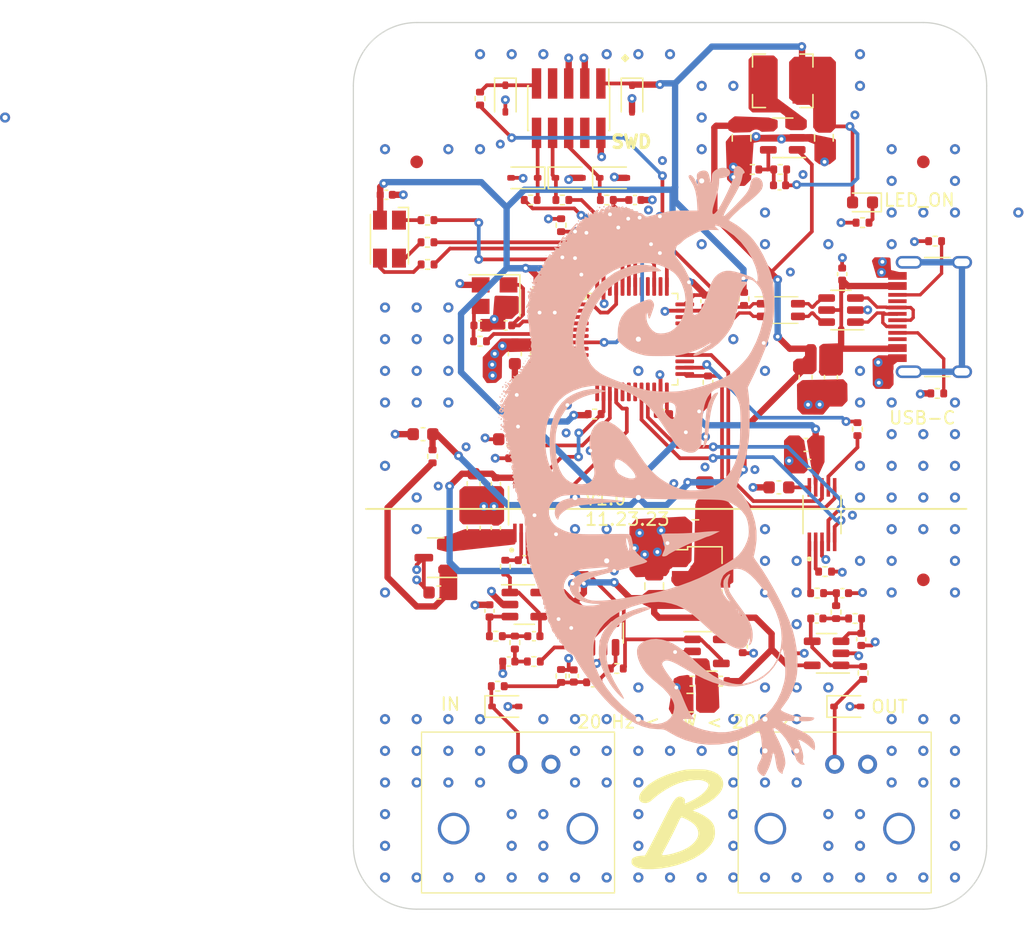
<source format=kicad_pcb>
(kicad_pcb (version 20221018) (generator pcbnew)
  (layers (0 "F.Cu" signal) (1 "In1.Cu" power) (2 "In2.Cu" power) (31 "B.Cu" signal) (34 "B.Paste" user) (35 "F.Paste" user) (36 "B.SilkS" user "B.Silkscreen") (37 "F.SilkS" user "F.Silkscreen") (38 "B.Mask" user) (39 "F.Mask" user) (44 "Edge.Cuts" user))
  (net 0 "")
  (net 1 "VBUS")
  (net 2 "GND")
  (net 3 "+5V")
  (net 4 "/Power/+5V_FILT")
  (net 5 "+3.3VA")
  (net 6 "+3V3")
  (net 7 "/Power/BUCK_FB")
  (net 8 "/Power/VREF")
  (net 9 "VDDA")
  (net 10 "/MCU/HSE_IN")
  (net 11 "/MCU/XTAL_IN")
  (net 12 "/MCU/NRST")
  (net 13 "/ADC/IN_RF")
  (net 14 "/ADC/IN_BUF")
  (net 15 "Net-(C303-Pad1)")
  (net 16 "/ADC/IN_AA_BUF_IN")
  (net 17 "Net-(C305-Pad1)")
  (net 18 "/ADC/IN_AA_BUF_OUT")
  (net 19 "/ADC/ADC_IN+")
  (net 20 "/ADC/ADC_IN-")
  (net 21 "/ADC/ADC_VREF_VIN")
  (net 22 "/ADC/ADC_VREF")
  (net 23 "/DAC/DAC_VREF")
  (net 24 "Net-(C403-Pad1)")
  (net 25 "/DAC/OUT_AA_BUF_IN")
  (net 26 "Net-(C405-Pad1)")
  (net 27 "/DAC/OUT_AA_BUF_OUT")
  (net 28 "/Power/LED_PWR_K")
  (net 29 "/MCU/LED_R_K")
  (net 30 "/MCU/LED_G_K")
  (net 31 "/MCU/LED_B_K")
  (net 32 "/MCU/CONN_SWDIO")
  (net 33 "/MCU/CONN_SWCLK")
  (net 34 "/MCU/CONN_SWO")
  (net 35 "/MCU/CONN_NRST")
  (net 36 "/ADC/IN")
  (net 37 "/DAC/OUT")
  (net 38 "/MCU/USB_CONN_CC1")
  (net 39 "/MCU/USB_CONN_D+")
  (net 40 "/MCU/USB_CONN_D-")
  (net 42 "/MCU/USB_CONN_CC2")
  (net 44 "unconnected-(J200-SHIELD-PadS1)")
  (net 46 "/Power/BUCK_SW")
  (net 47 "/MCU/USB_CMC_D-")
  (net 48 "/MCU/USB_CMC_D+")
  (net 49 "/MCU/USB_D+")
  (net 50 "/MCU/USB_D-")
  (net 51 "/MCU/BOOT0")
  (net 52 "/MCU/HSE_OUT")
  (net 53 "SPI2_NSS")
  (net 54 "SPI1_NSS")
  (net 55 "/MCU/TIM4_CH3")
  (net 56 "/MCU/TIM4_CH1")
  (net 57 "/MCU/TIM4_CH2")
  (net 58 "/MCU/SWDIO")
  (net 59 "/MCU/SWCLK")
  (net 60 "/MCU/SWO")
  (net 61 "VCOM")
  (net 62 "/ADC/IN_BUF_OUT")
  (net 63 "SPI1_SCK")
  (net 64 "/ADC/ADC_SCLK")
  (net 65 "SPI2_SCK")
  (net 66 "/DAC/DAC_SCLK")
  (net 67 "/DAC/DAC_OUT_B")
  (net 68 "/DAC/DAC_OUT_A")
  (net 76 "SPI1_MISO")
  (net 80 "DAC_NCLR")
  (net 81 "DAC_NLDAC")
  (net 84 "SPI2_MOSI")
  (footprint "Capacitor_SMD:C_0402_1005Metric" (layer "F.Cu") (at 82.4 151.59 90)
    (fp_text reference "C300" hide)
    (fp_text value "150p")
  )
  (footprint "Resistor_SMD:R_0402_1005Metric" (layer "F.Cu") (at 98.7 111.6)
    (fp_text reference "R101" hide)
    (fp_text value "100k")
  )
  (footprint "Capacitor_SMD:C_0402_1005Metric" (layer "F.Cu") (at 101.5925 147.05 180)
    (fp_text reference "C405" hide)
    (fp_text value "1n")
  )
  (footprint "Resistor_SMD:R_0402_1005Metric" (layer "F.Cu") (at 79 114.01)
    (fp_text reference "R210" hide)
    (fp_text value "49R9")
  )
  (footprint "Resistor_SMD:R_0402_1005Metric" (layer "F.Cu") (at 81.5 114.01 180)
    (fp_text reference "R212" hide)
    (fp_text value "49R9")
  )
  (footprint "Diode_SMD:D_SOD-323" (layer "F.Cu") (at 85.5 112.26)
    (fp_text reference "D205" hide)
    (fp_text value "PESD3V3L1BA,115")
  )
  (footprint "Resistor_SMD:R_0402_1005Metric" (layer "F.Cu") (at 79.25 150.45)
    (fp_text reference "R303" hide)
    (fp_text value "6k8")
  )
  (footprint "Capacitor_SMD:C_0402_1005Metric" (layer "F.Cu") (at 83.9 152.09 180)
    (fp_text reference "C301" hide)
    (fp_text value "100n")
  )
  (footprint "Crystal:Crystal_SMD_3225-4Pin_3.2x2.5mm" (layer "F.Cu") (at 76.15 121.5625 180)
    (fp_text reference "Y200" hide)
    (fp_text value "16MHz")
  )
  (footprint "Capacitor_SMD:C_0603_1608Metric" (layer "F.Cu") (at 100.705 128 -90)
    (fp_text reference "C101" hide)
    (fp_text value "1u")
  )
  (footprint "Diode_SMD:D_SOD-323" (layer "F.Cu") (at 87 106 -90)
    (fp_text reference "D201" hide)
    (fp_text value "PESD3V3L1BA,115")
  )
  (footprint "Inductor_SMD:L_0402_1005Metric" (layer "F.Cu") (at 101.705 125.75 180)
    (fp_text reference "L100" hide)
    (fp_text value "10n")
  )
  (footprint "Capacitor_SMD:C_0805_2012Metric" (layer "F.Cu") (at 102.15 109.1 -90)
    (fp_text reference "C105" hide)
    (fp_text value "22u")
  )
  (footprint "MountingHole:MountingHole_3.2mm_M3" (layer "F.Cu") (at 70 105)
    (fp_text reference "H1" hide)
    (fp_text value "MountingHole")
  )
  (footprint "Resistor_SMD:R_0402_1005Metric" (layer "F.Cu") (at 79.5 133.9 -90)
    (fp_text reference "R309" hide)
    (fp_text value "0R")
  )
  (footprint "MountingHole:MountingHole_3.2mm_M3" (layer "F.Cu") (at 110 150)
    (fp_text reference "H4" hide)
    (fp_text value "MountingHole")
  )
  (footprint "Resistor_SMD:R_0402_1005Metric" (layer "F.Cu") (at 76.25 148.45)
    (fp_text reference "R305" hide)
    (fp_text value "12k")
  )
  (footprint "Fiducial:Fiducial_1mm_Mask2mm" (layer "F.Cu") (at 110 111)
    (fp_text reference "FID2" hide)
    (fp_text value "Fiducial")
  )
  (footprint "Resistor_SMD:R_0805_2012Metric" (layer "F.Cu") (at 92.75 137.25 90)
    (fp_text reference "R100" hide)
    (fp_text value "10R")
  )
  (footprint "Capacitor_SMD:C_0603_1608Metric" (layer "F.Cu") (at 77.75 126.1625 90)
    (fp_text reference "C207" hide)
    (fp_text value "1u")
  )
  (footprint "Resistor_SMD:R_0402_1005Metric" (layer "F.Cu") (at 104.6125 147.05 180)
    (fp_text reference "R404" hide)
    (fp_text value "12k")
  )
  (footprint "Resistor_SMD:R_0402_1005Metric" (layer "F.Cu") (at 75 106 90)
    (fp_text reference "R211" hide)
    (fp_text value "49R9")
  )
  (footprint "Capacitor_SMD:C_0805_2012Metric" (layer "F.Cu") (at 91.6 153.7 180)
    (fp_text reference "C107" hide)
    (fp_text value "22u")
  )
  (footprint "Capacitor_SMD:C_0603_1608Metric" (layer "F.Cu") (at 100.725 133.35 180)
    (fp_text reference "C400" hide)
    (fp_text value "10u")
  )
  (footprint "Capacitor_SMD:C_0603_1608Metric" (layer "F.Cu") (at 71.75 145 180)
    (fp_text reference "C309" hide)
    (fp_text value "10u")
  )
  (footprint "Diode_SMD:D_SOD-323" (layer "F.Cu") (at 77 154)
    (fp_text reference "D300" hide)
    (fp_text value "PESD3V3L1BA,115")
  )
  (footprint "Capacitor_SMD:C_0402_1005Metric" (layer "F.Cu") (at 95.74 149.27 -90)
    (fp_text reference "C108" hide)
    (fp_text value "100n")
  )
  (footprint "Fiducial:Fiducial_1mm_Mask2mm" (layer "F.Cu") (at 110 144)
    (fp_text reference "FID3" hide)
    (fp_text value "Fiducial")
  )
  (footprint "Capacitor_SMD:C_0402_1005Metric" (layer "F.Cu") (at 105.1 148.7 -90)
    (fp_text reference "C404" hide)
    (fp_text value "150p")
  )
  (footprint "Connector_USB:USB_C_Receptacle_HRO_TYPE-C-31-M-12" (layer "F.Cu") (at 112 123.25 90)
    (fp_text reference "J200" hide)
    (fp_text value "USB_C_Receptacle_USB2.0")
  )
  (footprint "Capacitor_SMD:C_0603_1608Metric" (layer "F.Cu") (at 74.5 136.4 -90)
    (fp_text reference "C312" hide)
    (fp_text value "10u")
  )
  (footprint "Capacitor_SMD:C_0603_1608Metric" (layer "F.Cu") (at 74.5 139.9 90)
    (fp_text reference "C310" hide)
    (fp_text value "10u")
  )
  (footprint "Capacitor_SMD:C_0402_1005Metric" (layer "F.Cu") (at 103.6125 145.05)
    (fp_text reference "C403" hide)
    (fp_text value "1n")
  )
  (footprint "Resistor_SMD:R_0402_1005Metric" (layer "F.Cu") (at 104.8 132.1 -90)
    (fp_text reference "R400" hide)
    (fp_text value "0R")
  )
  (footprint "Inductor_SMD:L_0402_1005Metric" (layer "F.Cu") (at 78.515 128.4125 180)
    (fp_text reference "L200" hide)
    (fp_text value "10n")
  )
  (footprint "LOGO" (layer "F.Cu") (at 90.8 163)
    (fp_text reference "G***" hide)
    (fp_text value "LOGO" hide)
  )
  (footprint "Capacitor_SMD:C_0402_1005Metric" (layer "F.Cu") (at 84.48 119.1625)
    (fp_text reference "C204" hide)
    (fp_text value "100n")
  )
  (footprint "Resistor_SMD:R_0402_1005Metric" (layer "F.Cu") (at 93 128.4125 90)
    (fp_text reference "R202" hide)
    (fp_text value "10k")
  )
  (footprint "Capacitor_SMD:C_0603_1608Metric" (layer "F.Cu") (at 77.25 132.9 180)
    (fp_text reference "C315" hide)
    (fp_text value "10u")
  )
  (footprint "Capacitor_SMD:C_0402_1005Metric" (layer "F.Cu") (at 81.2 121.7 -90)
    (fp_text reference "C201" hide)
    (fp_text value "100n")
  )
  (footprint "MountingHole:MountingHole_3.2mm_M3" (layer "F.Cu") (at 70 150)
    (fp_text reference "H3" hide)
    (fp_text value "MountingHole")
  )
  (footprint "Resistor_SMD:R_0402_1005Metric" (layer "F.Cu") (at 77.75 148.95 -90)
    (fp_text reference "R304" hide)
    (fp_text value "22k")
  )
  (footprint "abenstirling_kicad:031-5640-1010" (layer "F.Cu") (at 103 156.02 180)
    (fp_text reference "J400" hide)
    (fp_text value "031-5640-1010")
  )
  (footprint "Capacitor_SMD:C_0402_1005Metric" (layer "F.Cu") (at 98.65 112.85 180)
    (fp_text reference "C106" hide)
    (fp_text value "DNP")
  )
  (footprint "Resistor_SMD:R_0402_1005Metric" (layer "F.Cu") (at 110.93 117.26 180)
    (fp_text reference "R206" hide)
    (fp_text value "5k1")
  )
  (footprint "Capacitor_SMD:C_0402_1005Metric" (layer "F.Cu") (at 77.27 150.45 180)
    (fp_text reference "C303" hide)
    (fp_text value "1n")
  )
  (footprint "Package_TO_SOT_SMD:SOT-23-6" (layer "F.Cu") (at 103.5 122.7 180)
    (fp_text reference "U201" hide)
    (fp_text value "USBLC6-2SC6")
  )
  (footprint "abenstirling_kicad:031-5640-1010" (layer "F.Cu") (at 78 156.02 180)
    (fp_text reference "J300" hide)
    (fp_text value "031-5640-1010")
  )
  (footprint "Capacitor_SMD:C_0402_1005Metric" (layer "F.Cu") (at 79.25 148.45)
    (fp_text reference "C305" hide)
    (fp_text value "1n")
  )
  (footprint "LED_SMD:LED_0603_1608Metric" (layer "F.Cu") (at 105.2 114.2 180)
    (fp_text reference "D100" hide)
    (fp_text value "GREEN")
  )
  (footprint "Resistor_SMD:R_0402_1005Metric" (layer "F.Cu") (at 75 125.1625 180)
    (fp_text reference "R201" hide)
    (fp_text value "0R")
  )
  (footprint "Resistor_SMD:R_0402_1005Metric" (layer "F.Cu") (at 105.2 115.8)
    (fp_text reference "R103" hide)
    (fp_text value "1k")
  )
  (footprint "Capacitor_SMD:C_0603_1608Metric" (layer "F.Cu") (at 79.7 121 -90)
    (fp_text reference "C200" hide)
    (fp_text value "10u")
  )
  (footprint "Diode_SMD:D_SOD-323" (layer "F.Cu") (at 77 106 -90)
    (fp_text reference "D203" hide)
    (fp_text value "PESD3V3L1BA,115")
  )
  (footprint "Resistor_SMD:R_0402_1005Metric" (layer "F.Cu") (at 76.4 152.4 180)
    (fp_text reference "R300" hide)
    (fp_text value "1k")
  )
  (footprint "Package_TO_SOT_SMD:SOT-23-5" (layer "F.Cu") (at 98.9 109.1 180)
    (fp_text reference "U101" hide)
    (fp_text value "TLV62569DBV")
  )
  (footprint "Capacitor_SMD:C_0402_1005Metric" (layer "F.Cu") (at 81.25 145.45 -90)
    (fp_text reference "C306" hide)
    (fp_text value "100n")
  )
  (footprint "Resistor_SMD:R_0402_1005Metric" (layer "F.Cu") (at 70.85 117.35 180)
    (fp_text reference "R208" hide)
    (fp_text value "1k")
  )
  (footprint "Capacitor_SMD:C_0805_2012Metric" (layer "F.Cu") (at 92 140 180)
    (fp_text reference "C102" hide)
    (fp_text value "22u")
  )
  (footprint "Capacitor_SMD:C_0402_1005Metric" (layer "F.Cu") (at 87.23 114.01)
    (fp_text reference "C212" hide)
    (fp_text value "100n")
  )
  (footprint "Resistor_SMD:R_0402_1005Metric" (layer "F.Cu") (at 85.01 114.01 180)
    (fp_text reference "R213" hide)
    (fp_text value "49R9")
  )
  (footprint "Capacitor_SMD:C_0402_1005Metric" (layer "F.Cu") (at 78.5 142.45)
    (fp_text reference "C307" hide)
    (fp_text value "150p")
  )
  (footprint "Capacitor_SMD:C_0603_1608Metric" (layer "F.Cu") (at 79.5 126.1375 90)
    (fp_text reference "C206" hide)
    (fp_text value "1u")
  )
  (footprint "Resistor_SMD:R_0402_1005Metric" (layer "F.Cu") (at 77 142.96 -90)
    (fp_text reference "R306" hide)
    (fp_text value "1k")
  )
  (footprint "Capacitor_SMD:C_0402_1005Metric" (layer "F.Cu") (at 101 134.85 180)
    (fp_text reference "C401" hide)
    (fp_text value "100n")
  )
  (footprint "Resistor_SMD:R_0402_1005Metric" (layer "F.Cu") (at 102.24 143.35)
    (fp_text reference "R401" hide)
    (fp_text value "10k")
  )
  (footprint "Capacitor_SMD:C_0402_1005Metric" (layer "F.Cu") (at 99.6125 150.28 90)
    (fp_text reference "C406" hide)
    (fp_text value "100n")
  )
  (footprint "Capacitor_SMD:C_0402_1005Metric" (layer "F.Cu") (at 103.59 119.86 90)
    (fp_text reference "C210" hide)
    (fp_text value "100n")
  )
  (footprint "Capacitor_SMD:C_0805_2012Metric" (layer "F.Cu") (at 88.75 144.5 90)
    (fp_text reference "C103" hide)
    (fp_text value "22u")
  )
  (footprint "Resistor_SMD:R_0402_1005Metric" (layer "F.Cu") (at 103.1125 146.55 90)
    (fp_text reference "R403" hide)
    (fp_text value "22k")
  )
  (footprint "Capacitor_SMD:C_0805_2012Metric" (layer "F.Cu") (at 95.65 109.1 -90)
    (fp_text reference "C104" hide)
    (fp_text value "22u")
  )
  (footprint "Package_TO_SOT_SMD:SOT-23-5" (layer "F.Cu") (at 102.3625 149.8 180)
    (fp_text reference "U401" hide)
    (fp_text value "MCP6001T-E/OT")
  )
  (footprint "Package_TO_SOT_SMD:SOT-23-5" (layer "F.Cu") (at 84.75 148.2 90)
    (fp_text reference "U300" hide)
    (fp_text value "MCP6001T-E/OT")
  )
  (footprint "Inductor_SMD:L_CommonMode_Wurth_WE-CNSW-1206" (layer "F.Cu") (at 98.75 122.7)
    (fp_text reference "L201" hide)
    (fp_text value "CMF3216F-900-2P-T")
  )
  (footprint "SOP50P490X110:SOP50P490X110-10N" (layer "F.Cu") (at 102 138.85 90)
    (fp_text reference "U400" hide)
    (fp_text value "DAC7563SDGSR")
  )
  (footprint "LED_SMD:LED_Avago_PLCC4_3.2x2.8mm_CW" (layer "F.Cu") (at 67.85 117.1 -90)
    (fp_text reference "D200" hide)
    (fp_text value "ASMB-MTB1-0A3A2")
  )
  (footprint "Resistor_SMD:R_0402_1005Metric" (layer "F.Cu") (at 93.99 152)
    (fp_text reference "R104" hide)
    (fp_text value "1k")
  )
  (footprint "Capacitor_SMD:C_0402_1005Metric" (layer "F.Cu") (at 82.25 146.45 -90)
    (fp_text reference "C302" hide)
    (fp_text value "100n")
  )
  (footprint "MountingHole:MountingHole_3.2mm_M3" (layer "F.Cu") (at 110 105)
    (fp_text reference "H2" hide)
    (fp_text value "MountingHole")
  )
  (footprint "Capacitor_SMD:C_0402_1005Metric" (layer "F.Cu") (at 89.48 130.9125 180)
    (fp_text reference "C202" hide)
    (fp_text value "100n")
  )
  (footprint "Resistor_SMD:R_0402_1005Metric" (layer "F.Cu") (at 70.85 115.6 180)
    (fp_text reference "R207" hide)
    (fp_text value "1k")
  )
  (footprint "Resistor_SMD:R_0402_1005Metric" (layer "F.Cu") (at 105.25 151.35 90)
    (fp_text reference "R405" hide)
    (fp_text value "49R9")
  )
  (footprint "Capacitor_SMD:C_0603_1608Metric" (layer "F.Cu") (at 102.705 128 -90)
    (fp_text reference "C100" hide)
    (fp_text value "1u")
  )
  (footprint "Diode_SMD:D_SOD-323" (layer "F.Cu") (at 78.5 112.26 180)
    (fp_text reference "D202" hide)
    (fp_text value "PESD3V3L1BA,115")
  )
  (footprint "Capacitor_SMD:C_0402_1005Metric" (layer "F.Cu") (at 77.02 123.9125 180)
    (fp_text reference "C208" hide)
    (fp_text value "10p")
  )
  (footprint "Resistor_SMD:R_0402_1005Metric" (layer "F.Cu") (at 84.05 130.9125)
    (fp_text reference "R203" hide)
    (fp_text value "10k")
  )
  (footprint "Capacitor_SMD:C_0402_1005Metric" (layer "F.Cu") (at 67.6 113.6)
    (fp_text reference "C211" hide)
    (fp_text value "100n")
  )
  (footprint "Resistor_SMD:R_0402_1005Metric" (layer "F.Cu") (at 101.6125 145.05 180)
    (fp_text reference "R402" hide)
    (fp_text value "6k8")
  )
  (footprint "Connector_PinHeader_1.27mm:PinHeader_2x05_P1.27mm_Vertical_SMD" (layer "F.Cu") (at 82 106.76 -90)
    (fp_text reference "J201" hide)
    (fp_text value "2x5 1.27mm")
  )
  (footprint "Resistor_SMD:R_0402_1005Metric" (layer "F.Cu") (at 81.4 151.59 -90)
    (fp_text reference "R301" hide)
    (fp_text value "2M2")
  )
  (footprint "Capacitor_SMD:C_0603_1608Metric" (layer "F.Cu") (at 98.6 136.7 180)
    (fp_text reference "C402" hide)
    (fp_text value "1u")
  )
  (footprint "Package_TO_SOT_SMD:SOT-23" (layer "F.Cu") (at 71.5 142.25 180)
    (fp_text reference "U302" hide)
    (fp_text value "REF3033AIDBZT")
  )
  (footprint "Resistor_SMD:R_0402_1005Metric" (layer "F.Cu") (at 96.5 111.6)
    (fp_text reference "R102" hide)
    (fp_text value "22k")
  )
  (footprint "Capacitor_SMD:C_0402_1005Metric" (layer "F.Cu") (at 76.25 136.42 -90)
    (fp_text reference "C313" hide)
    (fp_text value "100n")
  )
  (footprint "Resistor_SMD:R_0402_1005Metric" (layer "F.Cu") (at 95.84 121.82 -90)
    (fp_text reference "R204" hide)
    (fp_text value "1k5")
  )
  (footprint "Resistor_SMD:R_0402_1005Metric" (layer "F.Cu") (at 70.86 119.1 180)
    (fp_text reference "R209" hide)
    (fp_text value "1k")
  )
  (footprint "Capacitor_SMD:C_0402_1005Metric" (layer "F.Cu") (at 77.75 134.4 180)
    (fp_text reference "C314" hide)
    (fp_text value "100n")
  )
  (footprint "Capacitor_SMD:C_0402_1005Metric" (layer "F.Cu") (at 75 123.9125)
    (fp_text reference "C209" hide)
    (fp_text value "10p")
  )
  (footprint "ADC141S626CIMM:SOP50P490X110-10N" (layer "F.Cu") (at 78.75 138.15 90)
    (fp_text reference "U303" hide)
    (fp_text value "ADC141S626CIMM_NOPB")
  )
  (footprint "Capacitor_SMD:C_0402_1005Metric" (layer "F.Cu") (at 75.75 146.45 90)
    (fp_text reference "C304" hide)
    (fp_text value "150p")
  )
  (footprint "Resistor_SMD:R_0402_1005Metric" (layer "F.Cu") (at 71.25 134.25 90)
    (fp_text reference "R308" hide)
    (fp_text value "49R9")
  )
  (footprint "Resistor_SMD:R_0402_1005Metric" (layer "F.Cu") (at 111.1 129.28 180)
    (fp_text reference "R205" hide)
    (fp_text value "5k1")
  )
  (footprint "Resistor_SMD:R_0402_1005Metric" (layer "F.Cu") (at 80 142.95 -90)
    (fp_text reference "R307" hide)
    (fp_text value "1k")
  )
  (footprint "Package_TO_SOT_SMD:SOT-89-3" (layer "F.Cu") (at 92.75 143.75)
    (fp_text reference "U100" hide)
    (fp_text value "HT7533-1")
  )
  (footprint "Package_TO_SOT_SMD:SOT-23-5" (layer "F.Cu") (at 92.9125 149.65)
    (fp_text reference "U102" hide)
    (fp_text value "MCP6001T-E/OT")
  )
  (footprint "Resistor_SMD:R_0402_1005Metric" (layer "F.Cu") (at 85.8 151)
    (fp_text reference "R302" hide)
    (fp_text value "2M2")
  )
  (footprint "Package_TO_SOT_SMD:SOT-23-5" (layer "F.Cu") (at 78.5 145.95)
    (fp_text reference "U301" hide)
    (fp_text value "MCP6001T-E/OT")
  )
  (footprint "Resistor_SMD:R_0402_1005Metric" (layer "F.Cu") (at 81.4 116 90)
    (fp_text reference "R200" hide)
    (fp_text value "10k")
  )
  (footprint "Capacitor_SMD:C_0402_1005Metric" (layer "F.Cu") (at 92.8 122 -90)
    (fp_text reference "C203" hide)
    (fp_text value "100n")
  )
  (footprint "Capacitor_SMD:C_0402_1005Metric" (layer "F.Cu") (at 81 125.9125 90)
    (fp_text reference "C205" hide)
    (fp_text value "10n")
  )
  (footprint "Diode_SMD:D_SOD-323" (layer "F.Cu") (at 104 154)
    (fp_text reference "D400" hide)
    (fp_text value "PESD3V3L1BA,115")
  )
  (footprint "Package_QFP:LQFP-48_7x7mm_P0.5mm" (layer "F.Cu") (at 87 125)
    (fp_text reference "U200" hide)
    (fp_text value "STM32F103CBT6")
  )
  (footprint "Diode_SMD:D_SOD-323" (layer "F.Cu") (at 82 112.26)
    (fp_text reference "D204" hide)
    (fp_text value "PESD3V3L1BA,115")
  )
  (footprint "Capacitor_SMD:C_0603_1608Metric" (layer "F.Cu") (at 70.5 132.5 180)
    (fp_text reference "C308" hide)
    (fp_text value "10u")
  )
  (footprint "Inductor_SMD:L_Bourns-SRN4018" (layer "F.Cu") (at 98.9 104.6)
    (fp_text reference "L101" hide)
    (fp_text value "15u")
  )
  (footprint "Fiducial:Fiducial_1mm_Mask2mm" (layer "F.Cu") (at 70 111)
    (fp_text reference "FID1" hide)
    (fp_text value "Fiducial")
  )
  (footprint "Capacitor_SMD:C_0402_1005Metric" (layer "F.Cu") (at 76.25 139.92 90)
    (fp_text reference "C311" hide)
    (fp_text value "100n")
  )
  (footprint "Resistor_SMD:R_0402_1005Metric" (layer "F.Cu") (at 91.74 152)
    (fp_text reference "R105" hide)
    (fp_text value "1k")
  )
  (footprint "LOGO" (layer "B.Cu") (at 90.4 135.56 90)
    (fp_text reference "G***" hide)
    (fp_text value "LOGO" hide)
  )
  (gr_line (start 66 138.4) (end 113.4 138.4) (stroke (width 0.15)) (layer "F.SilkS"))
  (gr_arc (start 65 105) (mid 66.464466 101.464466) (end 70 100) (stroke (width 0.1)) (layer "Edge.Cuts"))
  (gr_line (start 70 170) (end 110 170) (stroke (width 0.1)) (layer "Edge.Cuts"))
  (gr_line (start 110 100) (end 70 100) (stroke (width 0.1)) (layer "Edge.Cuts"))
  (gr_line (start 65 105) (end 65 165) (stroke (width 0.1)) (layer "Edge.Cuts"))
  (gr_arc (start 115 165) (mid 113.535534 168.535534) (end 110 170) (stroke (width 0.1)) (layer "Edge.Cuts"))
  (gr_arc (start 70 170) (mid 66.464466 168.535534) (end 65 165) (stroke (width 0.1)) (layer "Edge.Cuts"))
  (gr_arc (start 110 100) (mid 113.535534 101.464466) (end 115 105) (stroke (width 0.1)) (layer "Edge.Cuts"))
  (gr_line (start 115 165) (end 115 105) (stroke (width 0.1)) (layer "Edge.Cuts"))
  (gr_text "." (at 85.17 103.67) (layer "F.SilkS") (effects (font (size 5 5)) (justify left bottom)))
  (gr_text "OUT" (at 105.8 154.6) (layer "F.SilkS") (effects (font (size 1 1)) (justify left bottom)))
  (gr_text "20 Hz < BW < 20kHz" (at 82.6 155.8) (layer "F.SilkS") (effects (font (size 1 1)) (justify left bottom)))
  (gr_text "LED_ON\n" (at 106.8 114.6) (layer "F.SilkS") (effects (font (size 1 1)) (justify left bottom)))
  (gr_text "SWD" (at 85.235 110) (layer "F.SilkS") (effects (font (size 1 1) (thickness 0.25)) (justify left bottom)))
  (gr_text "V1.0\n11.23.23" (at 83.2 139.8) (layer "F.SilkS") (effects (font (size 1 1)) (justify left bottom)))
  (gr_text "USB-C\n" (at 107.2 131.8) (layer "F.SilkS") (effects (font (size 1 1)) (justify left bottom)))
  (gr_text "IN\n" (at 71.8 154.4) (layer "F.SilkS") (effects (font (size 1 1)) (justify left bottom)))
  (via (at 37.5 107.5) (size 0.8) (drill 0.4) (layers "F.Cu" "B.Cu") (net 0))
  (via (at 117.5 115) (size 0.8) (drill 0.4) (layers "F.Cu" "B.Cu") (net 0))
  (segment (start 103.52 122.5) (end 103.52 124.18) (width 0.29337) (layer "F.Cu") (net 1))
  (segment (start 103.51 125.75) (end 103.51 124.19) (width 0.5) (layer "F.Cu") (net 1))
  (segment (start 103.59 120.34) (end 104.05 120.8) (width 0.5) (layer "F.Cu") (net 1))
  (segment (start 103.51 122.7) (end 103.51 121.2) (width 0.29337) (layer "F.Cu") (net 1))
  (segment (start 107.905 125.75) (end 107.955 125.7) (width 0.5) (layer "F.Cu") (net 1))
  (segment (start 103.51 121.2) (end 103.59 121.12) (width 0.29337) (layer "F.Cu") (net 1))
  (segment (start 102.3625 122.7) (end 103.51 122.7) (width 0.29337) (layer "F.Cu") (net 1))
  (segment (start 103.51 124.19) (end 103.52 124.18) (width 0.5) (layer "F.Cu") (net 1))
  (segment (start 102.19 125.75) (end 103.51 125.75) (width 0.5) (layer "F.Cu") (net 1))
  (segment (start 103.51 121.2) (end 103.52 121.19) (width 0.29337) (layer "F.Cu") (net 1))
  (segment (start 103.51 125.75) (end 107.905 125.75) (width 0.5) (layer "F.Cu") (net 1))
  (segment (start 104.05 120.8) (end 107.955 120.8) (width 0.5) (layer "F.Cu") (net 1))
  (segment (start 103.59 120.34) (end 103.59 121.12) (width 0.5) (layer "F.Cu") (net 1))
  (segment (start 103.52 121.19) (end 103.52 122.5) (width 0.29337) (layer "F.Cu") (net 1))
  (segment (start 89.25 129.1625) (end 89.25 130.6625) (width 0.3) (layer "F.Cu") (net 2))
  (segment (start 85.66 112.26) (end 85.6 112.2) (width 0.5) (layer "F.Cu") (net 2))
  (segment (start 76.118323 123.420286) (end 75.626109 123.9125) (width 0.29337) (layer "F.Cu") (net 2))
  (segment (start 82 104.81) (end 82 102.8) (width 0.5) (layer "F.Cu") (net 2))
  (segment (start 70.975 144.975) (end 70 144) (width 0.3) (layer "F.Cu") (net 2))
  (segment (start 99.6125 149.8) (end 100.6 149.8) (width 0.3) (layer "F.Cu") (net 2))
  (segment (start 78.05 154) (end 77.2 154) (width 0.3) (layer "F.Cu") (net 2))
  (segment (start 81.39 115.5) (end 81.4 115.49) (width 0.29337) (layer "F.Cu") (net 2))
  (segment (start 95.783116 149.793116) (end 95.74 149.75) (width 0.3) (layer "F.Cu") (net 2))
  (segment (start 91.1625 122.75) (end 89.65 122.75) (width 0.3) (layer "F.Cu") (net 2))
  (segment (start 70.975 145) (end 70.975 144.975) (width 0.3) (layer "F.Cu") (net 2))
  (segment (start 76.79 151.39) (end 76.8 151.4) (width 0.5) (layer "F.Cu") (net 2))
  (segment (start 110.59 129.28) (end 109.805 129.28) (width 0.5) (layer "F.Cu") (net 2))
  (segment (start 91.725 149.7) (end 91.775 149.65) (width 0.3) (layer "F.Cu") (net 2))
  (segment (start 81.2 122.6) (end 80.9 122.9) (width 0.5) (layer "F.Cu") (net 2))
  (segment (start 75.9 145.048528) (end 76.801472 145.95) (width 0.5) (layer "F.Cu") (net 2))
  (segment (start 76.801472 145.95) (end 77.3625 145.95) (width 0.5) (layer "F.Cu") (net 2))
  (segment (start 75.9 144.9) (end 75.9 145.048528) (width 0.5) (layer "F.Cu") (net 2))
  (segment (start 81.3175 125.75) (end 81 125.4325) (width 0.3) (layer "F.Cu") (net 2))
  (segment (start 102.75 143.35) (end 103.55 143.35) (width 0.3) (layer "F.Cu") (net 2))
  (segment (start 79.7 121.775) (end 79.7 122.9) (width 0.5) (layer "F.Cu") (net 2))
  (segment (start 104.7 149.8) (end 104.9 150) (width 0.3) (layer "F.Cu") (net 2))
  (segment (start 78.36 112.26) (end 78.4 112.3) (width 0.29337) (layer "F.Cu") (net 2))
  (segment (start 74.815 139.44) (end 74.5 139.125) (width 0.3) (layer "F.Cu") (net 2))
  (segment (start 105.92 149.18) (end 106.2 148.9) (width 0.29337) (layer "F.Cu") (net 2))
  (segment (start 84.75 150.05) (end 84.2 150.6) (width 0.29337) (layer "F.Cu") (net 2))
  (segment (start 87 107.05) (end 87 106) (width 0.5) (layer "F.Cu") (net 2))
  (segment (start 77 107.05) (end 77 106.1) (width 0.29337) (layer "F.Cu") (net 2))
  (segment (start 104.69 115.8) (end 103.5 115.8) (width 0.3) (layer "F.Cu") (net 2))
  (segment (start 109.805 129.28) (end 109.76 129.325) (width 0.5) (layer "F.Cu") (net 2))
  (segment (start 75.75 123.788609) (end 75.75 123.9125) (width 0.29337) (layer "F.Cu") (net 2))
  (segment (start 75.05 120.7125) (end 73.5125 120.7125) (width 0.5) (layer "F.Cu") (net 2))
  (segment (start 79.25 140.3) (end 79.25 138.95) (width 0.29337) (layer "F.Cu") (net 2))
  (segment (start 83.27 102.87) (end 83.2 102.8) (width 0.5) (layer "F.Cu") (net 2))
  (segment (start 75.5 132.9) (end 75.4 132.8) (width 0.3) (layer "F.Cu") (net 2))
  (segment (start 90.4 149.7) (end 91.725 149.7) (width 0.3) (layer "F.Cu") (net 2))
  (segment (start 77.27 134.4) (end 76.2 134.4) (width 0.3) (layer "F.Cu") (net 2))
  (segment (start 70 142.8125) (end 70 143.2) (width 0.3) (layer "F.Cu") (net 2))
  (segment (start 97.825 136.7) (end 96.55 136.7) (width 0.5) (layer "F.Cu") (net 2))
  (segment (start 89.25 129.1625) (end 89.25 127.85) (width 0.3) (layer "F.Cu") (net 2))
  (segment (start 84.75 122.15) (end 84.8 122.2) (width 0.3) (layer "F.Cu") (net 2))
  (segment (start 81.2 147.1) (end 81.25 147.05) (width 0.29337) (layer "F.Cu") (net 2))
  (segment (start 69.725 132.5) (end 68.3 132.5) (width 0.5) (layer "F.Cu") (net 2))
  (segment (start 81.3575 122.25) (end 81.25 122.1425) (width 0.3) (layer "F.Cu") (net 2))
  (segment (start 86.55 112.26) (end 85.66 112.26) (width 0.5) (layer "F.Cu") (net 2))
  (segment (start 84.54 108.71) (end 84.54 110.54) (width 0.5) (layer "F.Cu") (net 2))
  (segment (start 79.75 140.3) (end 80.9 140.3) (width 0.3) (layer "F.Cu") (net 2))
  (segment (start 82 151.11) (end 81.43 151.11) (width 0.3) (layer "F.Cu") (net 2))
  (segment (start 110.42 117.26) (end 109.34 117.26) (width 0.29337) (layer "F.Cu") (net 2))
  (segment (start 107.955 120) (end 106.98 120) (width 0.26112) (layer "F.Cu") (net 2))
  (segment (start 82.4 151.11) (end 82 151.11) (width 0.3) (layer "F.Cu") (net 2))
  (segment (start 80.4 115.5) (end 81.39 115.5) (width 0.29337) (layer "F.Cu") (net 2))
  (segment (start 75.6125 123.9125) (end 75.6 123.9) (width 0.29337) (layer "F.Cu") (net 2))
  (segment (start 75.75 145.97) (end 74.63 145.97) (width 0.5) (layer "F.Cu") (net 2))
  (segment (start 83.05 112.26) (end 82.14 112.26) (width 0.5) (layer "F.Cu") (net 2))
  (segment (start 89.65 122.75) (end 89.6 122.8) (width 0.3) (layer "F.Cu") (net 2))
  (segment (start 70.5625 142.25) (end 70.5625 144.5875) (width 0.3) (layer "F.Cu") (net 2))
  (segment (start 82.25 147.75) (end 82.2 147.8) (width 0.3) (layer "F.Cu") (net 2))
  (segment (start 92.53 122.75) (end 92.8 122.48) (width 0.3) (layer "F.Cu") (net 2))
  (segment (start 84.75 149.3375) (end 84.75 150.05) (width 0.29337) (layer "F.Cu") (net 2))
  (segment (start 76.118323 123.420286) (end 75.75 123.788609) (width 0.29337) (layer "F.Cu") (net 2))
  (segment (start 103.59 119.38) (end 103.59 118.59) (width 0.3) (layer "F.Cu") (net 2))
  (segment (start 82.25 146.93) (end 82.25 147.75) (width 0.3) (layer "F.Cu") (net 2))
  (segment (start 75.6 123.9) (end 75.5875 123.9125) (width 0.29337) (layer "F.Cu") (net 2))
  (segment (start 89.25 130.6625) (end 89 130.9125) (width 0.3) (layer "F.Cu") (net 2))
  (segment (start 82.8375 125.75) (end 81.3175 125.75) (width 0.3) (layer "F.Cu") (net 2))
  (segment (start 84.75 120.8375) (end 84.75 122.15) (width 0.3) (layer "F.Cu") (net 2))
  (segment (start 82 151.11) (end 82 150.2) (width 0.3) (layer "F.Cu") (net 2))
  (segment (start 109.34 117.26) (end 109.3 117.3) (width 0.29337) (layer "F.Cu") (net 2))
  (segment (start 76.79 150.45) (end 76.79 151.39) (width 0.5) (layer "F.Cu") (net 2))
  (segment (start 105.05 154) (end 104.2 154) (width 0.3) (layer "F.Cu") (net 2))
  (segment (start 102 141) (end 102 142.1) (width 0.3) (layer "F.Cu") (net 2))
  (segment (start 83.27 104.81) (end 83.27 102.87) (width 0.5) (layer "F.Cu") (net 2))
  (segment (start 81.2 122.18) (end 81.2 122.6) (width 0.5) (layer "F.Cu") (net 2))
  (segment (start 82.14 112.26) (end 82 112.4) (width 0.5) (layer "F.Cu") (net 2))
  (segment (start 77.45 112.26) (end 78.36 112.26) (width 0.29337) (layer "F.Cu") (net 2))
  (segment (start 70.5625 142.25) (end 70 142.8125) (width 0.3) (layer "F.Cu") (net 2))
  (segment (start 89.25 127.85) (end 89.2 127.8) (width 0.3) (layer "F.Cu") (net 2))
  (segment (start 81.25 147.05) (end 81.25 145.93) (width 0.29337) (layer "F.Cu") (net 2))
  (segment (start 105.597374 122.7) (end 105.60844 122.688934) (width 0.3) (layer "F.Cu") (net 2))
  (segment (start 84.75 120.8375) (end 84.75 119.3725) (width 0.3) (layer "F.Cu") (net 2))
  (segment (start 103.59 118.59) (end 103.61 118.57) (width 0.3) (layer "F.Cu") (net 2))
  (segment (start 80.9 140.3) (end 81 140.4) (width 0.3) (layer "F.Cu") (net 2))
  (segment (start 84.75 119.3725) (end 84.96 119.1625) (width 0.3) (layer "F.Cu") (net 2))
  (segment (start 106.98 120) (end 106.7 119.72) (width 0.26112) (layer "F.Cu") (net 2))
  (segment (start 70.5625 144.5875) (end 70.975 145) (width 0.3) (layer "F.Cu") (net 2))
  (segment (start 79.25 138.95) (end 79.3 138.9) (width 0.29337) (layer "F.Cu") (net 2))
  (segment (start 87.71 114.01) (end 88.59 114.01) (width 0.5) (layer "F.Cu") (net 2))
  (segment (start 74.63 145.97) (end 74.6 146) (width 0.5) (layer "F.Cu") (net 2))
  (segment (start 104.0925 145.05) (end 105.15 145.05) (width 0.3) (layer "F.Cu") (net 2))
  (segment (start 75.5875 123.9125) (end 75.48 123.9125) (width 0.29337) (layer "F.Cu") (net 2))
  (segment (start 84.54 110.54) (end 84.6 110.6) (width 0.5) (layer "F.Cu") (net 2))
  (segment (start 88.59 114.01) (end 88.6 114) (width 0.5) (layer "F.Cu") (net 2))
  (segment (start 105.1 149.18) (end 105.92 149.18) (width 0.29337) (layer "F.Cu") (net 2))
  (segment (start 102 142.1) (end 102.3 142.4) (width 0.3) (layer "F.Cu") (net 2))
  (segment (start 73.5125 120.7125) (end 73.4 120.6) (width 0.5) (layer "F.Cu") (net 2))
  (segment (start 105.15 145.05) (end 105.2 145) (width 0.3) (layer "F.Cu") (net 2))
  (segment (start 75.626109 123.9125) (end 75.6125 123.9125) (width 0.29337) (layer "F.Cu") (net 2))
  (segment (start 104.6375 122.7) (end 105.597374 122.7) (width 0.3) (layer "F.Cu") (net 2))
  (segment (start 91.1625 122.75) (end 92.53 122.75) (width 0.3) (layer "F.Cu") (net 2))
  (segment (start 96.6 149.793116) (end 95.783116 149.793116) (width 0.3) (layer "F.Cu") (net 2))
  (segment (start 103.55 143.35) (end 103.6 143.4) (width 0.3) (layer "F.Cu") (net 2))
  (segment (start 68.08 113.6) (end 68.94 113.6) (width 0.5) (layer "F.Cu") (net 2))
  (segment (start 103.5 149.8) (end 104.7 149.8) (width 0.3) (layer "F.Cu") (net 2))
  (segment (start 81.43 151.11) (end 81.4 151.08) (width 0.3) (layer "F.Cu") (net 2))
  (segment (start 76.475 132.9) (end 75.5 132.9) (width 0.3) (layer "F.Cu") (net 2))
  (via (at 89.3 140.1) (size 0.7) (drill 0.3) (layers "F.Cu" "B.Cu") (net 2))
  (via (at 84.8 122.2) (size 0.7) (drill 0.3) (layers "F.Cu" "B.Cu") (net 2))
  (via (at 97.5 167.5) (size 0.8) (drill 0.4) (layers "F.Cu" "B.Cu") (net 2))
  (via (at 80 167.5) (size 0.8) (drill 0.4) (layers "F.Cu" "B.Cu") (net 2))
  (via (at 72.5 110) (size 0.8) (drill 0.4) (layers "F.Cu" "B.Cu") (net 2))
  (via (at 105 102.5) (size 0.8) (drill 0.4) (layers "F.Cu" "B.Cu") (net 2))
  (via (at 82 112.4) (size 0.7) (drill 0.3) (layers "F.Cu" "B.Cu") (net 2))
  (via (at 89.4 110.9) (size 0.7) (drill 0.3) (layers "F.Cu" "B.Cu") (net 2))
  (via (at 80 102.5) (size 0.8) (drill 0.4) (layers "F.Cu" "B.Cu") (net 2))
  (via (at 70 130) (size 0.8) (drill 0.4) (layers "F.Cu" "B.Cu") (net 2))
  (via (at 76.8 151.4) (size 0.7) (drill 0.3) (layers "F.Cu" "B.Cu") (net 2))
  (via (at 95 125) (size 0.8) (drill 0.4) (layers "F.Cu" "B.Cu") (net 2))
  (via (at 67.5 135) (size 0.8) (drill 0.4) (layers "F.Cu" "B.Cu") (net 2))
  (via (at 81.8 132.4) (size 0.7) (drill 0.3) (layers "F.Cu" "B.Cu") (net 2))
  (via (at 87.5 157.5) (size 0.8) (drill 0.4) (layers "F.Cu" "B.Cu") (net 2))
  (via (at 107.5 137.5) (size 0.8) (drill 0.4) (layers "F.Cu" "B.Cu") (net 2))
  (via (at 109.76 129.325) (size 0.7) (drill 0.3) (layers "F.Cu" "B.Cu") (net 2))
  (via (at 96.55 136.7) (size 0.7) (drill 0.3) (layers "F.Cu" "B.Cu") (net 2))
  (via (at 105.60844 122.688934) (size 0.7) (drill 0.3) (layers "F.Cu" "B.Cu") (net 2))
  (via (at 95 162.5) (size 0.8) (drill 0.4) (layers "F.Cu" "B.Cu") (net 2))
  (via (at 92.5 107.5) (size 0.8) (drill 0.4) (layers "F.Cu" "B.Cu") (net 2))
  (via (at 85.6 143.3) (size 0.7) (drill 0.3) (layers "F.Cu" "B.Cu") (net 2))
  (via (at 112.5 140) (size 0.8) (drill 0.4) (layers "F.Cu" "B.Cu") (net 2))
  (via (at 70 167.5) (size 0.8) (drill 0.4) (layers "F.Cu" "B.Cu") (net 2))
  (via (at 67.5 167.5) (size 0.8) (drill 0.4) (layers "F.Cu" "B.Cu") (net 2))
  (via (at 105 167.5) (size 0.8) (drill 0.4) (layers "F.Cu" "B.Cu") (net 2))
  (via (at 90.5 152.5) (size 0.7) (drill 0.3) (layers "F.Cu" "B.Cu") (net 2))
  (via (at 67.5 157.5) (size 0.8) (drill 0.4) (layers "F.Cu" "B.Cu") (net 2))
  (via (at 112.5 145) (size 0.8) (drill 0.4) (layers "F.Cu" "B.Cu") (net 2))
  (via (at 78.4 112.3) (size 0.7) (drill 0.3) (layers "F.Cu" "B.Cu") (net 2))
  (via (at 87.6 115.4) (size 0.7) (drill 0.3) (layers "F.Cu" "B.Cu") (net 2))
  (via (at 75.9 144.9) (size 0.7) (drill 0.3) (layers "F.Cu" "B.Cu") (net 2))
  (via (at 110 140) (size 0.8) (drill 0.4) (layers "F.Cu" "B.Cu") (net 2))
  (via (at 106.77 118.89) (size 0.7) (drill 0.3) (layers "F.Cu" "B.Cu") (net 2))
  (via (at 97.5 145) (size 0.8) (drill 0.4) (layers "F.Cu" "B.Cu") (net 2))
  (via (at 82 102.8) (size 0.7) (drill 0.3) (layers "F.Cu" "B.Cu") (net 2))
  (via (at 104.4 138.9) (size 0.7) (drill 0.3) (layers "F.Cu" "B.Cu") (net 2))
  (via (at 88 142) (size 0.7) (drill 0.3) (layers "F.Cu" "B.Cu") (net 2))
  (via (at 105 130) (size 0.8) (drill 0.4) (layers "F.Cu" "B.Cu") (net 2))
  (via (at 75 110) (size 0.8) (drill 0.4) (layers "F.Cu" "B.Cu") (net 2))
  (via (at 105 105) (size 0.8) (drill 0.4) (layers "F.Cu" "B.Cu") (net 2))
  (via (at 75.3 138.2) (size 0.7) (drill 0.3) (layers "F.Cu" "B.Cu") (net 2))
  (via (at 81 140.4) (size 0.7) (drill 0.3) (layers "F.Cu" "B.Cu") (net 2))
  (via (at 105 142.5) (size 0.8) (drill 0.4) (layers "F.Cu" "B.Cu") (net 2))
  (via (at 105 135) (size 0.8) (drill 0.4) (layers "F.Cu" "B.Cu") (net 2))
  (via (at 102.5 165) (size 0.8) (drill 0.4) (layers "F.Cu" "B.Cu") (net 2))
  (via (at 77.5 165) (size 0.8) (drill 0.4) (layers "F.Cu" "B.Cu") (net 2))
  (via (at 82.5 155) (size 0.8) (drill 0.4) (layers "F.Cu" "B.Cu") (net 2))
  (via (at 89.6 122.8) (size 0.7) (drill 0.3) (layers "F.Cu" "B.Cu") (net 2))
  (via (at 72.5 130) (size 0.8) (drill 0.4) (layers "F.Cu" "B.Cu") (net 2))
  (via (at 104.9 150) (size 0.7) (drill 0.3) (layers "F.Cu" "B.Cu") (net 2))
  (via (at 90 102.5) (size 0.8) (drill 0.4) (layers "F.Cu" "B.Cu") (net 2))
  (via (at 85 155) (size 0.8) (drill 0.4) (layers "F.Cu" "B.Cu") (net 2))
  (via (at 97.5 155) (size 0.8) (drill 0.4) (layers "F.Cu" "B.Cu") (net 2))
  (via (at 97.5 127.5) (size 0.8) (drill 0.4) (layers "F.Cu" "B.Cu") (net 2))
  (via (at 92.5 157.5) (size 0.8) (drill 0.4) (layers "F.Cu" "B.Cu") (net 2))
  (via (at 81.9 130.2) (size 0.7) (drill 0.3) (layers "F.Cu" "B.Cu") (net 2))
  (via (at 107.5 142.5) (size 0.8) (drill 0.4) (layers "F.Cu" "B.Cu") (net 2))
  (via (at 102.5 167.5) (size 0.8) (drill 0.4) (layers "F.Cu" "B.Cu") (net 2))
  (via (at 82.3 144.3) (size 0.7) (drill 0.3) (layers "F.Cu" "B.Cu") (net 2))
  (via (at 80.4 115.5) (size 0.7) (drill 0.3) (layers "F.Cu" "B.Cu") (net 2))
  (via (at 107.5 110) (size 0.8) (drill 0.4) (layers "F.Cu" "B.Cu") (net 2))
  (via (at 98.8 109.2) (size 0.7) (drill 0.3) (layers "F.Cu" "B.Cu") (net 2))
  (via (at 87.5 102.5) (size 0.8) (drill 0.4) (layers "F.Cu" "B.Cu") (net 2))
  (via (at 102.5 162.5) (size 0.8) (drill 0.4) (layers "F.Cu" "B.Cu") (net 2))
  (via (at 102.2 111) (size 0.7) (drill 0.3) (layers "F.Cu" "B.Cu") (net 2))
  (via (at 82.2 147.8) (size 0.7) (drill 0.3) (layers "F.Cu" "B.Cu") (net 2))
  (via (at 112.5 167.5) (size 0.8) (drill 0.4) (layers "F.Cu" "B.Cu") (net 2))
  (via (at 110 160) (size 0.8) (drill 0.4) (layers "F.Cu" "B.Cu") (net 2))
  (via (at 70 125) (size 0.8) (drill 0.4) (layers "F.Cu" "B.Cu") (net 2))
  (via (at 97.5 160) (size 0.8) (drill 0.4) (layers "F.Cu" "B.Cu") (net 2))
  (via (at 77.2 154) (size 0.7) (drill 0.3) (layers "F.Cu" "B.Cu") (net 2))
  (via (at 97.5 117.5) (size 0.8) (drill 0.4) (layers "F.Cu" "B.Cu") (net 2))
  (via (at 112.5 157.5) (size 0.8) (drill 0.4) (layers "F.Cu" "B.Cu") (net 2))
  (via (at 112.5 135) (size 0.8) (drill 0.4) (layers "F.Cu" "B.Cu") (net 2))
  (via (at 75 167.5) (size 0.8) (drill 0.4) (layers "F.Cu" "B.Cu") (net 2))
  (via (at 95 165) (size 0.8) (drill 0.4) (layers "F.Cu" "B.Cu") (net 2))
  (via (at 85.6 112.2) (size 0.7) (drill 0.3) (layers "F.Cu" "B.Cu") (net 2))
  (via (at 76.118323 123.420286) (size 0.7) (drill 0.3) (layers "F.Cu" "B.Cu") (net 2))
  (via (at 90.3 136.4) (size 0.7) (drill 0.3) (layers "F.Cu" "B.Cu") (net 2))
  (via (at 67.5 145) (size 0.8) (drill 0.4) (layers "F.Cu" "B.Cu") (net 2))
  (via (at 107.5 167.5) (size 0.8) (drill 0.4) (layers "F.Cu" "B.Cu") (net 2))
  (via (at 77.5 102.5) (size 0.8) (drill 0.4) (layers "F.Cu" "B.Cu") (net 2))
  (via (at 76.76 125.53) (size 0.7) (drill 0.3) (layers "F.Cu" "B.Cu") (net 2))
  (via (at 112.5 132.5) (size 0.8) (drill 0.4) (layers "F.Cu" "B.Cu") (net 2))
  (via (at 70 137.5) (size 0.8) (drill 0.4) (layers "F.Cu" "B.Cu") (net 2))
  (via (at 82.5 160) (size 0.8) (drill 0.4) (layers "F.Cu" "B.Cu") (net 2))
  (via (at 74.6 146) (size 0.7) (drill 0.3) (layers "F.Cu" "B.Cu") (net 2))
  (via (at 92.763262 135.095588) (size 0.7) (drill 0.3) (layers "F.Cu" "B.Cu") (net 2))
  (via (at 87.2 141.5) (size 0.7) (drill 0.3) (layers "F.Cu" "B.Cu") (net 2))
  (via (at 80.9 122.9) (size 0.7) (drill 0.3) (layers "F.Cu" "B.Cu") (net 2))
  (via (at 70 127.5) (size 0.8) (drill 0.4) (layers "F.Cu" "B.Cu") (net 2))
  (via (at 100.9 130.17) (size 0.7) (drill 0.3) (layers "F.Cu" "B.Cu") (net 2))
  (via (at 106.44 126.83) (size 0.7) (drill 0.3) (layers "F.Cu" "B.Cu") (net 2))
  (via (at 110 115) (size 0.8) (drill 0.4) (layers "F.Cu" "B.Cu") (net 2))
  (via (at 71.7 136.6) (size 0.7) (drill 0.3) (layers "F.Cu" "B.Cu") (net 2))
  (via (at 110 137.5) (size 0.8) (drill 0.4) (layers "F.Cu" "B.Cu") (net 2))
  (via (at 112.5 137.5) (size 0.8) (drill 0.4) (layers "F.Cu" "B.Cu") (net 2))
  (via (at 77.5 162.5) (size 0.8) (drill 0.4) (layers "F.Cu" "B.Cu") (net 2))
  (via (at 106.7 119.72) (size 0.7) (drill 0.3) (layers "F.Cu" "B.Cu") (net 2))
  (via (at 75.99 127.87) (size 0.7) (drill 0.3) (layers "F.Cu" "B.Cu") (net 2))
  (via (at 107.5 155) (size 0.8) (drill 0.4) (layers "F.Cu" "B.Cu") (net 2))
  (via (at 105 127.5) (size 0.8) (drill 0.4) (layers "F.Cu" "B.Cu") (net 2))
  (via (at 72.5 167.5) (size 0.8) (drill 0.4) (layers "F.Cu" "B.Cu") (net 2))
  (via (at 85.257722 115.142278) (size 0.7) (drill 0.3) (layers "F.Cu" "B.Cu") (net 2))
  (via (at 83.7 133.8) (size 0.7) (drill 0.3) (layers "F.Cu" "B.Cu") (net 2))
  (via (at 105 137.5) (size 0.8) (drill 0.4) (layers "F.Cu" "B.Cu") (net 2))
  (via (at 70 143.2) (size 0.7) (drill 0.3) (layers "F.Cu" "B.Cu") (net 2))
  (via (at 75 102.5) (size 0.8) (drill 0.4) (layers "F.Cu" "B.Cu") (net 2))
  (via (at 76.6 109.6) (size 0.7) (drill 0.3) (layers "F.Cu" "B.Cu") (net 2))
  (via (at 70 140) (size 0.8) (drill 0.4) (layers "F.Cu" "B.Cu") (net 2))
  (via (at 100 155) (size 0.8) (drill 0.4) (layers "F.Cu" "B.Cu") (net 2))
  (via (at 68.3 132.5) (size 0.7) (drill 0.3) (layers "F.Cu" "B.Cu") (net 2))
  (via (at 95 160) (size 0.8) (drill 0.4) (layers "F.Cu" "B.Cu") (net 2))
  (via (at 95 111.400497) (size 0.7) (drill 0.3) (layers "F.Cu" "B.Cu") (net 2))
  (via (at 72.5 122.5) (size 0.8) (drill 0.4) (layers "F.Cu" "B.Cu") (net 2))
  (via (at 75 157.5) (size 0.8) (drill 0.4) (layers "F.Cu" "B.Cu") (net 2))
  (via (at 70 157.5) (size 0.8) (drill 0.4) (layers "F.Cu" "B.Cu") (net 2))
  (via (at 82 150.2) (size 0.7) (drill 0.3) (layers "F.Cu" "B.Cu") (net 2))
  (via (at 75 155) (size 0.8) (drill 0.4) (layers "F.Cu" "B.Cu") (net 2))
  (via (at 84.2 150.6) (size 0.7) (drill 0.3) (layers "F.Cu" "B.Cu") (net 2))
  (via (at 112.5 130) (size 0.8) (drill 0.4) (layers "F.Cu" "B.Cu") (net 2))
  (via (at 87.5 162.5) (size 0.8) (drill 0.4) (layers "F.Cu" "B.Cu") (net 2))
  (via (at 80 162.5) (size 0.8) (drill 0.4) (layers "F.Cu" "B.Cu") (net 2))
  (via (at 100 145) (size 0.8) (drill 0.4) (layers "F.Cu" "B.Cu") (net 2))
  (via (at 70 155) (size 0.8) (drill 0.4) (layers "F.Cu" "B.Cu") (net 2))
  (via (at 107.5 112.5) (size 0.8) (drill 0.4) (layers "F.Cu" "B.Cu") (net 2))
  (via (at 72.5 127.5) (size 0.8) (drill 0.4) (layers "F.Cu" "B.Cu") (net 2))
  (via (at 96.8 109) (size 0.7) (drill 0.3) (layers "F.Cu" "B.Cu") (net 2))
  (via (at 105 165) (size 0.8) (drill 0.4) (layers "F.Cu" "B.Cu") (net 2))
  (via (at 84.6 110.6) (size 0.7) (drill 0.3) (layers "F.Cu" "B.Cu") (net 2))
  (via (at 100 142.5) (size 0.8) (drill 0.4) (layers "F.Cu" "B.Cu") (net 2))
  (via (at 110 167.5) (size 0.8) (drill 0.4) (layers "F.Cu" "B.Cu") (net 2))
  (via (at 103.61 118.57) (size 0.7) (drill 0.3) (layers "F.Cu" "B.Cu") (net 2))
  (via (at 67.5 165) (size 0.8) (drill 0.4) (layers "F.Cu" "B.Cu") (net 2))
  (via (at 97.5 142.5) (size 0.8) (drill 0.4) (layers "F.Cu" "B.Cu") (net 2))
  (via (at 100 152.5) (size 0.8) (drill 0.4) (layers "F.Cu" "B.Cu") (net 2))
  (via (at 88.3 114.8) (size 0.7) (drill 0.3) (layers "F.Cu" "B.Cu") (net 2))
  (via (at 92.8 132.7) (size 0.7) (drill 0.3) (layers "F.Cu" "B.Cu") (net 2))
  (via (at 68.94 113.6) (size 0.7) (drill 0.3) (layers "F.Cu" "B.Cu") (net 2))
  (via (at 81.5 118.539555) (size 0.7) (drill 0.3) (layers "F.Cu" "B.Cu") (net 2))
  (via (at 70 122.5) (size 0.8) (drill 0.4) (layers "F.Cu" "B.Cu") (net 2))
  (via (at 85 142.5) (size 0.8) (drill 0.4) (layers "F.Cu" "B.Cu") (net 2))
  (via (at 110 132.5) (size 0.8) (drill 0.4) (layers "F.Cu" "B.Cu") (net 2))
  (via (at 89 141.8) (size 0.7) (drill 0.3) (layers "F.Cu" "B.Cu") (net 2))
  (via (at 82.5 140) (size 0.8) (drill 0.4) (layers "F.Cu" "B.Cu") (net 2))
  (via (at 95 167.5) (size 0.8) (drill 0.4) (layers "F.Cu" "B.Cu") (net 2))
  (via (at 97.5 115) (size 0.8) (drill 0.4) (layers "F.Cu" "B.Cu") (net 2))
  (via (at 102.3 142.4) (size 0.7) (drill 0.3) (layers "F.Cu" "B.Cu") (net 2))
  (via (at 72.5 125) (size 0.8) (drill 0.4) (layers "F.Cu" "B.Cu") (net 2))
  (via (at 107.5 140) (size 0.8) (drill 0.4) (layers "F.Cu" "B.Cu") (net 2))
  (via (at 97.5 152.5) (size 0.8) (drill 0.4) (layers "F.Cu" "B.Cu") (net 2))
  (via (at 102.5 152.5) (size 0.8) (drill 0.4) (layers "F.Cu" "B.Cu") (net 2))
  (via (at 103.6 143.4) (size 0.7) (drill 0.3) (layers "F.Cu" "B.Cu") (net 2))
  (via (at 105 162.5) (size 0.8) (drill 0.4) (layers "F.Cu" "B.Cu") (net 2))
  (via (at 70 144) (size 0.7) (drill 0.3) (layers "F.Cu" "B.Cu") (net 2))
  (via (at 87.5 127.5) (size 0.8) (drill 0.4) (layers "F.Cu" "B.Cu") (net 2))
  (via (at 77.5 167.5) (size 0.8) (drill 0.4) (layers "F.Cu" "B.Cu") (net 2))
  (via (at 73.4 120.6) (size 0.7) (drill 0.3) (layers "F.Cu" "B.Cu") (net 2))
  (via (at 75.4 132.8) (size 0.7) (drill 0.3) (layers "F.Cu" "B.Cu") (net 2))
  (via (at 67.5 110) (size 0.8) (drill 0.4) (layers "F.Cu" "B.Cu") (net 2))
  (via (at 107.5 157.5) (size 0.8) (drill 0.4) (layers "F.Cu" "B.Cu") (net 2))
  (via (at 72.5 155) (size 0.8) (drill 0.4) (layers "F.Cu" "B.Cu") (net 2))
  (via (at 99.5 119.7) (size 0.7) (drill 0.3) (layers "F.Cu" "B.Cu") (net 2))
  (via (at 79.7 122.9) (size 0.7) (drill 0.3) (layers "F.Cu" "B.Cu") (net 2))
  (via (at 88.6 114) (size 0.7) (drill 0.3) (layers "F.Cu" "B.Cu") (net 2))
  (via (at 112.5 112.5) (size 0.8) (drill 0.4) (layers "F.Cu" "B.Cu") (net 2))
  (via (at 102.5 117.5) (size 0.8) (drill 0.4) (layers "F.Cu" "B.Cu") (net 2))
  (via (at 76.2 134.4) (size 0.7) (drill 0.3) (layers "F.Cu" "B.Cu") (net 2))
  (via (at 89.2 127.8) (size 0.7) (drill 0.3) (layers "F.Cu" "B.Cu") (net 2))
  (via (at 107.5 145) (size 0.8) (drill 0.4) (layers "F.Cu" "B.Cu") (net 2))
  (via (at 83.2 102.8) (size 0.7) (drill 0.3) (layers "F.Cu" "B.Cu") (net 2))
  (via (at 105.2 145) (size 0.7) (drill 0.3) (layers "F.Cu" "B.Cu") (net 2))
  (via (at 97.4 125.3) (size 0.7) (drill 0.3) (layers "F.Cu" "B.Cu") (net 2))
  (via (at 107.5 117.5) (size 0.8) (drill 0.4) (layers "F.Cu" "B.Cu") (net 2))
  (via (at 110 135) (size 0.8) (drill 0.4) (layers "F.Cu" "B.Cu") (net 2))
  (via (at 87.5 165) (size 0.8) (drill 0.4) (layers "F.Cu" "B.Cu") (net 2))
  (via (at 76.1 138.2) (size 0.7) (drill 0.3) (layers "F.Cu" "B.Cu") (net 2))
  (via (at 100 167.5) (size 0.8) (drill 0.4) (layers "F.Cu" "B.Cu") (net 2))
  (via (at 87.6 140.3) (size 0.7) (drill 0.3) (layers "F.Cu" "B.Cu") (net 2))
  (via (at 112.5 160) (size 0.8) (drill 0.4) (layers "F.Cu" "B.Cu") (net 2))
  (via (at 110 157.5) (size 0.8) (drill 0.4) (layers "F.Cu" "B.Cu") (net 2))
  (via (at 95 157.5) (size 0.8) (drill 0.4) (layers "F.Cu" "B.Cu") (net 2))
  (via (at 103.5 115.8) (size 0.7) (drill 0.3) (layers "F.Cu" "B.Cu") (net 2))
  (via (at 107.5 130) (size 0.8) (drill 0.4) (layers "F.Cu" "B.Cu") (net 2))
  (via (at 80 155) (size 0.8) (drill 0.4) (layers "F.Cu" "B.Cu") (net 2))
  (via (at 96.7 135.3) (size 0.7) (drill 0.3) (layers "F.Cu" "B.Cu") (net 2))
  (via (at 85 157.5) (size 0.8) (drill 0.4) (layers "F.Cu" "B.Cu") (net 2))
  (via (at 81.2 147.1) (size 0.7) (drill 0.3) (layers "F.Cu" "B.Cu") (net 2))
  (via (at 87.5 167.5) (size 0.8) (drill 0.4) (layers "F.Cu" "B.Cu") (net 2))
  (via (at 87 106) (size 0.7) (drill 0.3) (layers "F.Cu" "B.Cu") (net 2))
  (via (at 112.5 115) (size 0.8) (drill 0.4) (layers "F.Cu" "B.Cu") (net 2))
  (via (at 83.4 116.6) (size 0.7) (drill 0.3) (layers "F.Cu" "B.Cu") (net 2))
  (via (at 85 102.5) (size 0.8) (drill 0.4) (layers "F.Cu" "B.Cu") (net 2))
  (via (at 107.5 160) (size 0.8) (drill 0.4) (layers "F.Cu" "B.Cu") (net 2))
  (via (at 67.5 162.5) (size 0.8) (drill 0.4) (layers "F.Cu" "B.Cu") (net 2))
  (via (at 112.5 165) (size 0.8) (drill 0.4) (layers "F.Cu" "B.Cu") (net 2))
  (via (at 112.5 110) (size 0.8) (drill 0.4) (layers "F.Cu" "B.Cu") (net 2))
  (via (at 109.3 117.3) (size 0.7) (drill 0.3) (layers "F.Cu" "B.Cu") (net 2))
  (via (at 67.5 160) (size 0.8) (drill 0.4) (layers "F.Cu" "B.Cu") (net 2))
  (via (at 77 106.1) (size 0.7) (drill 0.3) (layers "F.Cu" "B.Cu") (net 2))
  (via (at 87.5 160) (size 0.8) (drill 0.4) (layers "F.Cu" "B.Cu") (net 2))
  (via (at 95 105) (size 0.8) (drill 0.4) (layers "F.Cu" "B.Cu") (net 2))
  (via (at 90.4 149.7) (size 0.7) (drill 0.3) (layers "F.Cu" "B.Cu") (net 2))
  (via (at 67.5 127.5) (size 0.8) (drill 0.4) (layers "F.Cu" "B.Cu") (net 2))
  (via (at 92.5 110) (size 0.8) (drill 0.4) (layers "F.Cu" "B.Cu") (net 2))
  (via (at 106.2 148.9) (size 0.7) (drill 0.3) (layers "F.Cu" "B.Cu") (net 2))
  (via (at 67.5 122.5) (size 0.8) (drill 0.4) (layers "F.Cu" "B.Cu") (net 2))
  (via (at 92.5 112.5) (size 0.8) (drill 0.4) (layers "F.Cu" "B.Cu") (net 2))
  (via (at 67.5 155) (size 0.8) (drill 0.4) (layers "F.Cu" "B.Cu") (net 2))
  (via (at 100 160) (size 0.8) (drill 0.4) (layers "F.Cu" "B.Cu") (net 2))
  (via (at 92.5 167.5) (size 0.8) (drill 0.4) (layers "F.Cu" "B.Cu") (net 2))
  (via (at 88.5 117.5) (size 0.7) (drill 0.3) (layers "F.Cu" "B.Cu") (net 2))
  (via (at 101.81 130.16) (size 0.7) (drill 0.3) (layers "F.Cu" "B.Cu") (net 2))
  (via (at 73.9 133.5) (size 0.7) (drill 0.3) (layers "F.Cu" "B.Cu") (net 2))
  (via (at 75.96 127.01) (size 0.7) (drill 0.3) (layers "F.Cu" "B.Cu") (net 2))
  (via (at 87.5 125) (size 0.8) (drill 0.4) (layers "F.Cu" "B.Cu") (net 2))
  (via (at 87.5 155) (size 0.8) (drill 0.4) (layers "F.Cu" "B.Cu") (net 2))
  (via (at 112.5 155) (size 0.8) (drill 0.4) (layers "F.Cu" "B.Cu") (net 2))
  (via (at 85 167.5) (size 0.8) (drill 0.4) (layers "F.Cu" "B.Cu") (net 2))
  (via (at 67.5 130) (size 0.8) (drill 0.4) (layers "F.Cu" "B.Cu") (net 2))
  (via (at 92.5 117.5) (size 0.8) (drill 0.4) (layers "F.Cu" "B.Cu") (net 2))
  (via (at 85 160) (size 0.8) (drill 0.4) (layers "F.Cu" "B.Cu") (net 2))
  (via (at 90 157.5) (size 0.8) (drill 0.4) (layers "F.Cu" "B.Cu") (net 2))
  (via (at 110 155) (size 0.8) (drill 0.4) (layers "F.Cu" "B.Cu") (net 2))
  (via (at 89.8 141.1) (size 0.7) (drill 0.3) (layers "F.Cu" "B.Cu") (net 2))
  (via (at 80 165) (size 0.8) (drill 0.4) (layers "F.Cu" "B.Cu") (net 2))
  (via (at 97.5 157.5) (size 0.8) (drill 0.4) (layers "F.Cu" "B.Cu") (net 2))
  (via (at 95 112.2) (size 0.7) (drill 0.3) (layers "F.Cu" "B.Cu") (net 2))
  (via (at 100 157.5) (size 0.8) (drill 0.4) (layers "F.Cu" "B.Cu") (net 2))
  (via (at 75 160) (size 0.8) (drill 0.4) (layers "F.Cu" "B.Cu") (net 2))
  (via (at 79.3 138.9) (size 0.7) (drill 0.3) (layers "F.Cu" "B.Cu") (net 2))
  (via (at 107.5 132.5) (size 0.8) (drill 0.4) (layers "F.Cu" "B.Cu") (net 2))
  (via (at 100.5 112) (size 0.7) (drill 0.3) (layers "F.Cu" "B.Cu") (net 2))
  (via (at 112.5 162.5) (size 0.8) (drill 0.4) (layers "F.Cu" "B.Cu") (net 2))
  (via (at 70 160) (size 0.8) (drill 0.4) (layers "F.Cu" "B.Cu") (net 2))
  (via (at 104.6 107.3) (size 0.7) (drill 0.3) (layers "F.Cu" "B.Cu") (net 2))
  (via (at 112.5 142.5) (size 0.8) (drill 0.4) (layers "F.Cu" "B.Cu") (net 2))
  (via (at 96.6 149.793116) (size 0.7) (drill 0.3) (layers "F.Cu" "B.Cu") (net 2))
  (via (at 87.5 152.5) (size 0.8) (drill 0.4) (layers "F.Cu" "B.Cu") (net 2))
  (via (at 97.5 140) (size 0.8) (drill 0.4) (layers "F.Cu" "B.Cu") (net 2))
  (via (at 100.6 149.8) (size 0.7) (drill 0.3) (layers "F.Cu" "B.Cu") (net 2))
  (via (at 82.5 157.5) (size 0.8) (drill 0.4) (layers "F.Cu" "B.Cu") (net 2))
  (via (at 100 147.5) (size 0.8) (drill 0.4) (layers "F.Cu" "B.Cu") (net 2))
  (via (at 99.4 134.6) (size 0.7) (drill 0.3) (layers "F.Cu" "B.Cu") (net 2))
  (via (at 95 155) (size 0.8) (drill 0.4) (layers "F.Cu" "B.Cu") (net 2))
  (via (at 92.5 105) (size 0.8) (drill 0.4) (layers "F.Cu" "B.Cu") (net 2))
  (via (at 107.5 115) (size 0.8) (drill 0.4) (layers "F.Cu" "B.Cu") (net 2))
  (via (at 76.16 126.15) (size 0.7) (drill 0.3) (layers "F.Cu" "B.Cu") (net 2))
  (via (at 72.5 157.5) (size 0.8) (drill 0.4) (layers "F.Cu" "B.Cu") (net 2))
  (via (at 90 167.5) (size 0.8) (drill 0.4) (layers "F.Cu" "B.Cu") (net 2))
  (via (at 107.5 135) (size 0.8) (drill 0.4) (layers "F.Cu" "B.Cu") (net 2))
  (via (at 82.5 167.5) (size 0.8) (drill 0.4) (layers "F.Cu" "B.Cu") (net 2))
  (via (at 85 140) (size 0.8) (drill 0.4) (layers "F.Cu" "B.Cu") (net 2))
  (via (at 104.2 154) (size 0.7) (drill 0.3) (layers "F.Cu" "B.Cu") (net 2))
  (via (at 72.5 160) (size 0.8) (drill 0.4) (layers "F.Cu" "B.Cu") (net 2))
  (via (at 67.5 125) (size 0.8) (drill 0.4) (layers "F.Cu" "B.Cu") (net 2))
  (via (at 106.49 128.44) (size 0.7) (drill 0.3) (layers "F.Cu" "B.Cu") (net 2))
  (segment (start 101.196685 116.503315) (end 97.95 119.75) (width 0.29337) (layer "F.Cu") (net 3))
  (segment (start 97.95 119.75) (end 98.5 120.3) (width 0.5) (layer "F.Cu") (net 3))
  (segment (start 71.25 132.525) (end 71.275 132.5) (width 0.5) (layer "F.Cu") (net 3))
  (segment (start 101.22 125.75) (end 99.45 125.75) (width 0.5) (layer "F.Cu") (net 3))
  (segment (start 100.705 127.225) (end 95.8 132.13) (width 0.5) (layer "F.Cu") (net 3))
  (segment (start 71.275 132.5) (end 71.6 132.5) (width 0.5) (layer "F.Cu") (net 3))
  (segment (start 93.65 108.15) (end 93.5 108.3) (width 0.5) (layer "F.Cu") (net 3))
  (segment (start 100.0375 110.05) (end 101.196685 111.209185) (width 0.29337) (layer "F.Cu") (net 3))
  (segment (start 93.5 108.3) (end 93.5 115.3) (width 0.5) (layer "F.Cu") (net 3))
  (segment (start 95.65 108.15) (end 93.65 108.15) (width 0.5) (layer "F.Cu") (net 3))
  (segment (start 101.196685 111.209185) (end 101.196685 116.503315) (width 0.29337) (layer "F.Cu") (net 3))
  (segment (start 99.45 125.75) (end 98.5 124.8) (width 0.5) (layer "F.Cu") (net 3))
  (segment (start 71.6 132.5) (end 73.3 134.2) (width 0.5) (layer "F.Cu") (net 3))
  (segment (start 71.25 133.74) (end 71.25 132.525) (width 0.5) (layer "F.Cu") (net 3))
  (segment (start 92.7125 136.3) (end 92.75 136.3375) (width 0.5) (layer "F.Cu") (net 3))
  (segment (start 95.8 132.13) (end 95.8 135.3) (width 0.5) (layer "F.Cu") (net 3))
  (segment (start 91.4 136.3) (end 92.7125 136.3) (width 0.5) (layer "F.Cu") (net 3))
  (segment (start 93.5 115.3) (end 97.95 119.75) (width 0.5) (layer "F.Cu") (net 3))
  (via (at 73.3 134.2) (size 0.7) (drill 0.3) (layers "F.Cu" "B.Cu") (net 3))
  (via (at 98.5 124.8) (size 0.7) (drill 0.3) (layers "F.Cu" "B.Cu") (net 3))
  (via (at 91.4 136.3) (size 0.7) (drill 0.3) (layers "F.Cu" "B.Cu") (net 3))
  (via (at 82.5 137.5) (size 0.8) (drill 0.4) (layers "F.Cu" "B.Cu") (net 3))
  (via (at 87.5 137.5) (size 0.8) (drill 0.4) (layers "F.Cu" "B.Cu") (net 3))
  (via (at 95.8 135.3) (size 0.7) (drill 0.3) (layers "F.Cu" "B.Cu") (net 3))
  (via (at 98.5 120.3) (size 0.7) (drill 0.3) (layers "F.Cu" "B.Cu") (net 3))
  (segment (start 91.4 136.431371) (end 91.4 136.3) (width 0.5) (layer "B.Cu") (net 3))
  (segment (start 77.2 138.1) (end 81.9 138.1) (width 0.5) (layer "B.Cu") (net 3))
  (segment (start 95.8 135.3) (end 94.8 136.3) (width 0.5) (layer "B.Cu") (net 3))
  (segment (start 98.5 124.8) (end 98.5 120.3) (width 0.5) (layer "B.Cu") (net 3))
  (segment (start 83.1 138.1) (end 86.9 138.1) (width 0.5) (layer "B.Cu") (net 3))
  (segment (start 82.5 137.5) (end 83.1 138.1) (width 0.5) (layer "B.Cu") (net 3))
  (segment (start 86.9 138.1) (end 87.5 137.5) (width 0.5) (layer "B.Cu") (net 3))
  (segment (start 87.5 137.5) (end 88.1 138.1) (width 0.5) (layer "B.Cu") (net 3))
  (segment (start 89.731371 138.1) (end 91.4 136.431371) (width 0.5) (layer "B.Cu") (net 3))
  (segment (start 94.8 136.3) (end 91.4 136.3) (width 0.5) (layer "B.Cu") (net 3))
  (segment (start 88.1 138.1) (end 89.731371 138.1) (width 0.5) (layer "B.Cu") (net 3))
  (segment (start 81.9 138.1) (end 82.5 137.5) (width 0.5) (layer "B.Cu") (net 3))
  (segment (start 73.3 134.2) (end 77.2 138.1) (width 0.5) (layer "B.Cu") (net 3))
  (segment (start 99.3025 150.76) (end 99.6125 150.76) (width 0.5) (layer "F.Cu") (net 5))
  (segment (start 75.935 135.625) (end 76.25 135.94) (width 0.5) (layer "F.Cu") (net 5))
  (segment (start 74.5 135.625) (end 75.935 135.625) (width 0.5) (layer "F.Cu") (net 5))
  (segment (start 79.6675 144.97) (end 79.6375 145) (width 0.5) (layer "F.Cu") (net 5))
  (segment (start 94.05 148.7) (end 95.65 148.7) (width 0.5) (layer "F.Cu") (net 5))
  (segment (start 81.56 144.97) (end 82.25 145.66) (width 0.5) (layer "F.Cu") (net 5))
  (segment (start 88.75 145.45) (end 88.75 146.61) (width 0.5) (layer "F.Cu") (net 5))
  (segment (start 72.6 136.6) (end 73.575 135.625) (width 0.5) (layer "F.Cu") (net 5))
  (segment (start 82.7075 145.97) (end 82.25 145.97) (width 0.5) (layer "F.Cu") (net 5))
  (segment (start 83.8 147.0625) (end 82.7075 145.97) (width 0.5) (layer "F.Cu") (net 5))
  (segment (start 81.25 144.97) (end 79.6675 144.97) (width 0.5) (layer "F.Cu") (net 5))
  (segment (start 101.225 150.75) (end 99.6225 150.75) (width 0.29337) (layer "F.Cu") (net 5))
  (segment (start 99.6225 150.75) (end 99.6125 150.76) (width 0.29337) (layer "F.Cu") (net 5))
  (segment (start 98.02 149.504487) (end 95.524487 152) (width 0.5) (layer "F.Cu") (net 5))
  (segment (start 94.21 146.99) (end 96.75 146.99) (width 0.5) (layer "F.Cu") (net 5))
  (segment (start 83.2 144.3) (end 83.2 145.02) (width 0.5) (layer "F.Cu") (net 5))
  (segment (start 98.02 149.4775) (end 98.02 149.504487) (width 0.5) (layer "F.Cu") (net 5))
  (segment (start 94.21 146.99) (end 95.74 148.52) (width 0.5) (layer "F.Cu") (net 5))
  (segment (start 96.75 146.99) (end 98.02 148.26) (width 0.5) (layer "F.Cu") (net 5))
  (segment (start 98.02 149.4775) (end 99.3025 150.76) (width 0.5) (layer "F.Cu") (net 5))
  (segment (start 82.25 145.66) (end 82.25 145.97) (width 0.5) (layer "F.Cu") (net 5))
  (segment (start 73.575 135.625) (end 74.5 135.625) (width 0.5) (layer "F.Cu") (net 5))
  (segment (start 88.75 145.45) (end 86.85 145.45) (width 0.5) (layer "F.Cu") (net 5))
  (segment (start 83.2 145.02) (end 82.25 145.97) (width 0.5) (layer "F.Cu") (net 5))
  (segment (start 95.74 148.52) (end 95.74 148.79) (width 0.5) (layer "F.Cu") (net 5))
  (segment (start 89.13 146.99) (end 94.21 146.99) (width 0.5) (layer "F.Cu") (net 5))
  (segment (start 86.85 145.45) (end 85.6 144.2) (width 0.5) (layer "F.Cu") (net 5))
  (segment (start 88.75 146.61) (end 89.13 146.99) (width 0.5) (layer "F.Cu") (net 5))
  (segment (start 95.65 148.7) (end 95.74 148.79) (width 0.5) (layer "F.Cu") (net 5))
  (segment (start 95.524487 152) (end 94.5 152) (width 0.5) (layer "F.Cu") (net 5))
  (segment (start 81.25 144.97) (end 81.56 144.97) (width 0.5) (layer "F.Cu") (net 5))
  (segment (start 98.02 148.26) (end 98.02 149.4775) (width 0.5) (layer "F.Cu") (net 5))
  (segment (start 76.25 135.94) (end 77.6 135.94) (width 0.5) (layer "F.Cu") (net 5))
  (via (at 85.6 144.2) (size 0.7) (drill 0.3) (layers "F.Cu" "B.Cu") (net 5))
  (via (at 72.6 136.6) (size 0.7) (drill 0.3) (layers "F.Cu" "B.Cu") (net 5))
  (via (at 83.2 144.3) (size 0.7) (drill 0.3) (layers "F.Cu" "B.Cu") (net 5))
  (segment (start 85.6 144.2) (end 83.3 144.2) (width 0.5) (layer "B.Cu") (net 5))
  (segment (start 83.3 144.2) (end 83.2 144.3) (width 0.5) (layer "B.Cu") (net 5))
  (segment (start 73.3 143.3) (end 72.6 142.6) (width 0.5) (layer "B.Cu") (net 5))
  (segment (start 83.2 144.3) (end 83.2 144.068629) (width 0.5) (layer "B.Cu") (net 5))
  (segment (start 72.6 142.6) (end 72.6 136.6) (width 0.5) (layer "B.Cu") (net 5))
  (segment (start 83.2 144.068629) (end 82.431371 143.3) (width 0.5) (layer "B.Cu") (net 5))
  (segment (start 82.431371 143.3) (end 73.3 143.3) (width 0.5) (layer "B.Cu") (net 5))
  (segment (start 77.75 126.9375) (end 77.75 128.1325) (width 0.5) (layer "F.Cu") (net 6))
  (segment (start 91.8925 121.52) (end 92.8 121.52) (width 0.29337) (layer "F.Cu") (net 6))
  (segment (start 86.86 104.81) (end 87 104.95) (width 0.29337) (layer "F.Cu") (net 6))
  (segment (start 89.2 104.9) (end 87.05 104.9) (width 0.5) (layer "F.Cu") (net 6))
  (segment (start 83.4525 131) (end 83.54 130.9125) (width 0.5) (layer "F.Cu") (net 6))
  (segment (start 83 119.9) (end 83.2625 119.9) (width 0.5) (layer "F.Cu") (net 6))
  (segment (start 78.875 119.4) (end 79.7 120.225) (width 0.5) (layer "F.Cu") (net 6))
  (segment (start 89.75 130.7025) (end 89.96 130.9125) (width 0.3) (layer "F.Cu") (net 6))
  (segment (start 78 132.875) (end 78.025 132.9) (width 0.5) (layer "F.Cu") (net 6))
  (segment (start 77.9 128.5425) (end 78.03 128.4125) (width 0.5) (layer "F.Cu") (net 6))
  (segment (start 93 128.9225) (end 93 130) (width 0.5) (layer "F.Cu") (net 6))
  (segment (start 91.5 120.5) (end 91.78 120.5) (width 0.5) (layer "F.Cu") (net 6))
  (segment (start 81.2 121.22) (end 81.9075 121.22) (width 0.5) (layer "F.Cu") (net 6))
  (segment (start 78.025 134.195) (end 78.23 134.4) (width 0.5) (layer "F.Cu") (net 6))
  (segment (start 95.8 121.27) (end 95.84 121.31) (width 0.5) (layer "F.Cu") (net 6))
  (segment (start 77.75 128.1325) (end 78.03 128.4125) (width 0.5) (layer "F.Cu") (net 6))
  (segment (start 84.25 119.4125) (end 84 119.1625) (width 0.3) (layer "F.Cu") (net 6))
  (segment (start 80.205 120.225) (end 81.2 121.22) (width 0.5) (layer "F.Cu") (net 6))
  (segment (start 99.13 112.85) (end 99.13 111.68) (width 0.29337) (layer "F.Cu") (net 6))
  (segment (start 95.8 120.2) (end 95.8 121.27) (width 0.5) (layer "F.Cu") (net 6))
  (segment (start 79.7 120.225) (end 80.205 120.225) (width 0.5) (layer "F.Cu") (net 6))
  (segment (start 78 131.9) (end 78 132.875) (width 0.5) (layer "F.Cu") (net 6))
  (segment (start 81.9075 121.22) (end 82.8375 122.15) (width 0.5) (layer "F.Cu") (net 6))
  (segment (start 78.025 132.9) (end 78.025 134.195) (width 0.5) (layer "F.Cu") (net 6))
  (segment (start 104.4125 108.4125) (end 104.4125 114.2) (width 0.29337) (layer "F.Cu") (net 6))
  (segment (start 83.2625 119.9) (end 84 119.1625) (width 0.5) (layer "F.Cu") (net 6))
  (segment (start 102.2 108.2) (end 102.15 108.15) (width 0.29337) (layer "F.Cu") (net 6))
  (segment (start 99.13 111.68) (end 99.21 111.6) (width 0.29337) (layer "F.Cu") (net 6))
  (segment (start 100.425 101.925) (end 100.4 101.9) (width 0.5) (layer "F.Cu") (net 6))
  (segment (start 101.5 132.1) (end 101.5 133.35) (width 0.5) (layer "F.Cu") (net 6))
  (segment (start 100.425 104.6) (end 100.425 101.925) (width 0.5) (layer "F.Cu") (net 6))
  (segment (start 104.2 108.2) (end 102.2 108.2) (width 0.29337) (layer "F.Cu") (net 6))
  (segment (start 93 130) (end 92.3 130.7) (width 0.5) (layer "F.Cu") (net 6))
  (segment (start 87.05 104.9) (end 87 104.95) (width 0.5) (layer "F.Cu") (net 6))
  (segment (start 99.13 112.85) (end 99.95 112.85) (width 0.29337) (layer "F.Cu") (net 6))
  (segment (start 67.4 112.7) (end 67.12 112.98) (width 0.5) (layer "F.Cu") (net 6))
  (segment (start 82.4 131) (end 83.4525 131) (width 0.5) (layer "F.Cu") (net 6))
  (segment (start 91.78 120.5) (end 92.8 121.52) (width 0.5) (layer "F.Cu") (net 6))
  (segment (start 67.12 112.98) (end 67.12 113.6) (width 0.5) (layer "F.Cu") (net 6))
  (segment (start 84.54 104.81) (end 86.86 104.81) (width 0.29337) (layer "F.Cu") (net 6))
  (segment (start 84.25 120.8375) (end 84.25 119.4125) (width 0.3) (layer "F.Cu") (net 6))
  (segment (start 89.75 129.1625) (end 89.75 130.7025) (width 0.3) (layer "F.Cu") (net 6))
  (segment (start 77.9 129.4) (end 77.9 128.5425) (width 0.5) (layer "F.Cu") (net 6))
  (segment (start 67.12 115.58) (end 67.1 115.6) (width 0.5) (layer "F.Cu") (net 6))
  (segment (start 91.1625 122.25) (end 91.8925 121.52) (width 0.29337) (layer "F.Cu") (net 6))
  (segment (start 78.6 119.4) (end 78.875 119.4) (width 0.5) (layer "F.Cu") (net 6))
  (segment (start 67.12 113.6) (end 67.12 115.58) (width 0.5) (layer "F.Cu") (net 6))
  (segment (start 99.95 112.85) (end 100 112.8) (width 0.29337) (layer "F.Cu") (net 6))
  (segment (start 104.2 108.2) (end 104.4125 108.4125) (width 0.29337) (layer "F.Cu") (net 6))
  (segment (start 78.25 136) (end 78.25 134.42) (width 0.29337) (layer "F.Cu") (net 6))
  (segment (start 78.25 134.42) (end 78.23 134.4) (width 0.29337) (layer "F.Cu") (net 6))
  (segment (start 89.96 131.06) (end 91.25 132.35) (width 0.3) (layer "F.Cu") (net 6))
  (segment (start 89.96 130.9125) (end 89.96 131.06) (width 0.3) (layer "F.Cu") (net 6))
  (via (at 78 131.9) (size 0.7) (drill 0.3) (layers "F.Cu" "B.Cu") (net 6))
  (via (at 82.4 131) (size 0.7) (drill 0.3) (layers "F.Cu" "B.Cu") (net 6))
  (via (at 100 112.8) (size 0.7) (drill 0.3) (layers "F.Cu" "B.Cu") (net 6))
  (via (at 101.5 132.1) (size 0.7) (drill 0.3) (layers "F.Cu" "B.Cu") (net 6))
  (via (at 100.4 101.9) (size 0.7) (drill 0.3) (layers "F.Cu" "B.Cu") (net 6))
  (via (at 78.6 119.4) (size 0.7) (drill 0.3) (layers "F.Cu" "B.Cu") (net 6))
  (via (at 104.2 108.2) (size 0.7) (drill 0.3) (layers "F.Cu" "B.Cu") (net 6))
  (via (at 77.9 129.4) (size 0.7) (drill 0.3) (layers "F.Cu" "B.Cu") (net 6))
  (via (at 95.8 120.2) (size 0.7) (drill 0.3) (layers "F.Cu" "B.Cu") (net 6))
  (via (at 91.5 120.5) (size 0.7) (drill 0.3) (layers "F.Cu" "B.Cu") (net 6))
  (via (at 92.3 130.7) (size 0.7) (drill 0.3) (layers "F.Cu" "B.Cu") (net 6))
  (via (at 91.25 132.35) (size 0.7) (drill 0.3) (layers "F.Cu" "B.Cu") (net 6))
  (via (at 67.4 112.7) (size 0.7) (drill 0.3) (layers "F.Cu" "B.Cu") (net 6))
  (via (at 89.2 104.9) (size 0.7) (drill 0.3) (layers "F.Cu" "B.Cu") (net 6))
  (via (at 83 119.9) (size 0.7) (drill 0.3) (layers "F.Cu" "B.Cu") (net 6))
  (segment (start 79.8 131.5) (end 81.9 131.5) (width 0.5) (layer "B.Cu") (net 6))
  (segment (start 91.25 132.35) (end 92.3 131.3) (width 0.5) (layer "B.Cu") (net 6))
  (segment (start 76.6 130.7) (end 77.9 130.7) (width 0.5) (layer "B.Cu") (net 6))
  (segment (start 79.8 132.441371) (end 84.358629 137) (width 0.5) (layer "B.Cu") (net 6))
  (segment (start 75.1 112.6) (end 74.9 112.6) (width 0.5) (layer "B.Cu") (net 6))
  (segment (start 77.9 131.8) (end 78 131.9) (width 0.5) (layer "B.Cu") (net 6))
  (segment (start 90.2 113.2) (end 78.5 113.2) (width 0.5) (layer "B.Cu") (net 6))
  (segment (start 77.9 130.7) (end 77.9 129.4) (width 0.5) (layer "B.Cu") (net 6))
  (segment (start 89.3 104.8) (end 89.2 104.9) (width 0.5) (layer "B.Cu") (net 6))
  (segment (start 104.3 112.8) (end 104.8 112.3) (width 0.29337) (layer "B.Cu") (net 6))
  (segment (start 104.8 108.8) (end 104.2 108.2) (width 0.29337) (layer "B.Cu") (net 6))
  (segment (start 101.196685 131.796685) (end 101.5 132.1) (width 0.5) (layer "B.Cu") (net 6))
  (segment (start 79 130.7) (end 79.8 131.5) (width 0.5) (layer "B.Cu") (net 6))
  (segment (start 86.6 137) (end 91.25 132.35) (width 0.5) (layer "B.Cu") (net 6))
  (segment (start 78.5 113.2) (end 77.1 114.6) (width 0.5) (layer "B.Cu") (net 6))
  (segment (start 77.1 119.4) (end 73.5 123) (width 0.5) (layer "B.Cu") (net 6))
  (segment (start 67.5 112.6) (end 67.4 112.7) (width 0.5) (layer "B.Cu") (net 6))
  (segment (start 73.5 127.6) (end 76.6 130.7) (width 0.5) (layer "B.Cu") (net 6))
  (segment (start 79.8 131.5) (end 79.8 132.441371) (width 0.5) (layer "B.Cu") (net 6))
  (segment (start 93.3 101.9) (end 90.4 104.8) (width 0.5) (layer "B.Cu") (net 6))
  (segment (start 90.4 104.8) (end 90.4 113) (width 0.5) (layer "B.Cu") (net 6))
  (segment (start 100 112.8) (end 104.3 112.8) (width 0.29337) (layer "B.Cu") (net 6))
  (segment (start 92.796685 131.796685) (end 101.196685 131.796685) (width 0.5) (layer "B.Cu") (net 6))
  (segment (start 81.9 131.5) (end 82.4 131) (width 0.5) (layer "B.Cu") (net 6))
  (segment (start 92.3 131.3) (end 92.3 130.7) (width 0.5) (layer "B.Cu") (net 6))
  (segment (start 95.8 119.5) (end 95.8 120.2) (width 0.5) (layer "B.Cu") (net 6))
  (segment (start 77.1 114.6) (end 75.1 112.6) (width 0.5) (layer "B.Cu") (net 6))
  (segment (start 82.5 119.4) (end 83 119.9) (width 0.5) (layer "B.Cu") (net 6))
  (segment (start 90.4 113) (end 90.2 113.2) (width 0.5) (layer "B.Cu") (net 6))
  (segment (start 77.1 119.4) (end 82.5 119.4) (width 0.5) (layer "B.Cu") (net 6))
  (segment (start 90.4 113) (end 90.4 114.1) (width 0.5) (layer "B.Cu") (net 6))
  (segment (start 92.3 131.3) (end 92.796685 131.796685) (width 0.5) (layer "B.Cu") (net 6))
  (segment (start 90.4 104.8) (end 89.3 104.8) (width 0.5) (layer "B.Cu") (net 6))
  (segment (start 84.358629 137) (end 86.6 137) (width 0.5) (layer "B.Cu") (net 6))
  (segment (start 90.2 119.2) (end 91.5 120.5) (width 0.5) (layer "B.Cu") (net 6))
  (segment (start 104.8 112.3) (end 104.8 108.8) (width 0.29337) (layer "B.Cu") (net 6))
  (segment (start 90.2 113.2) (end 90.2 119.2) (width 0.5) (layer "B.Cu") (net 6))
  (segment (start 77.9 130.7) (end 79 130.7) (width 0.5) (layer "B.Cu") (net 6))
  (segment (start 77.9 130.7) (end 77.9 131.8) (width 0.5) (layer "B.Cu") (net 6))
  (segment (start 77.1 119.4) (end 78.6 119.4) (width 0.5) (layer "B.Cu") (net 6))
  (segment (start 100.4 101.9) (end 93.3 101.9) (width 0.5) (layer "B.Cu") (net 6))
  (segment (start 77.1 114.6) (end 77.1 119.4) (width 0.5) (layer "B.Cu") (net 6))
  (segment (start 90.4 114.1) (end 92.7 116.4) (width 0.5) (layer "B.Cu") (net 6))
  (segment (start 74.9 112.6) (end 67.5 112.6) (width 0.5) (layer "B.Cu") (net 6))
  (segment (start 73.5 123) (end 73.5 127.6) (width 0.5) (layer "B.Cu") (net 6))
  (segment (start 92.7 116.4) (end 95.8 119.5) (width 0.5) (layer "B.Cu") (net 6))
  (segment (start 98.19 111.6) (end 98.19 112.83) (width 0.29337) (layer "F.Cu") (net 7))
  (segment (start 97.7625 111.5375) (end 97.7 111.6) (width 0.29337) (layer "F.Cu") (net 7))
  (segment (start 97.01 111.6) (end 97.7 111.6) (width 0.29337) (layer "F.Cu") (net 7))
  (segment (start 98.19 112.83) (end 98.17 112.85) (width 0.29337) (layer "F.Cu") (net 7))
  (segment (start 97.7625 110.05) (end 97.7625 111.5375) (width 0.29337) (layer "F.Cu") (net 7))
  (segment (start 97.7 111.6) (end 98.19 111.6) (width 0.29337) (layer "F.Cu") (net 7))
  (segment (start 81.1425 126.25) (end 81 126.3925) (width 0.3) (layer "F.Cu") (net 9))
  (segment (start 82.8375 126.25) (end 81.1425 126.25) (width 0.3) (layer "F.Cu") (net 9))
  (segment (start 78.053315 123.359185) (end 78.093603 123.359185) (width 0.29337) (layer "F.Cu") (net 10))
  (segment (start 78.4 123.052788) (end 78.4 121) (width 0.29337) (layer "F.Cu") (net 10))
  (segment (start 78.4 121) (end 78.1125 120.7125) (width 0.29337) (layer "F.Cu") (net 10))
  (segment (start 78.4 123.6) (end 78.0875 123.9125) (width 0.29337) (layer "F.Cu") (net 10))
  (segment (start 82.8375 124.25) (end 81.94773 124.25) (width 0.29337) (layer "F.Cu") (net 10))
  (segment (start 81.94773 124.25) (end 81.29773 123.6) (width 0.29337) (layer "F.Cu") (net 10))
  (segment (start 77.5 123.9125) (end 78.053315 123.359185) (width 0.29337) (layer "F.Cu") (net 10))
  (segment (start 81.29773 123.6) (end 78.4 123.6) (width 0.29337) (layer "F.Cu") (net 10))
  (segment (start 78.1125 120.7125) (end 77.25 120.7125) (width 0.29337) (layer "F.Cu") (net 10))
  (segment (start 78.0875 123.9125) (end 77.5 123.9125) (width 0.29337) (layer "F.Cu") (net 10))
  (segment (start 78.093603 123.359185) (end 78.4 123.052788) (width 0.29337) (layer "F.Cu") (net 10))
  (segment (start 74.49 123.9425) (end 74.52 123.9125) (width 0.29337) (layer "F.Cu") (net 11))
  (segment (start 74.52 122.9425) (end 75.05 122.4125) (width 0.29337) (layer "F.Cu") (net 11))
  (segment (start 74.49 125.1625) (end 74.49 123.9425) (width 0.29337) (layer "F.Cu") (net 11))
  (segment (start 74.52 123.9125) (end 74.52 122.9425) (width 0.29337) (layer "F.Cu") (net 11))
  (segment (start 86.75 114.01) (end 85.52 114.01) (width 0.29337) (layer "F.Cu") (net 12))
  (segment (start 82.837838 125.250338) (end 82.8375 125.25) (width 0.29337) (layer "F.Cu") (net 12))
  (segment (start 84.8 125.250338) (end 82.837838 125.250338) (width 0.29337) (layer "F.Cu") (net 12))
  (segment (start 86.7 115.6) (end 86.7 115.48836) (width 0.29337) (layer "F.Cu") (net 12))
  (segment (start 85.52 114.01) (end 85.52 114.42) (width 0.29337) (layer "F.Cu") (net 12))
  (segment (start 85.52 114.42) (end 86.7 115.6) (width 0.29337) (layer "F.Cu") (net 12))
  (via (at 84.8 125.250338) (size 0.7) (drill 0.3) (layers "F.Cu" "B.Cu") (net 12))
  (via (at 86.7 115.48836) (size 0.7) (drill 0.3) (layers "F.Cu" "B.Cu") (net 12))
  (segment (start 87.8 123.2) (end 87.8 117.485262) (width 0.29337) (layer "B.Cu") (net 12))
  (segment (start 85.749662 125.250338) (end 87.8 123.2) (width 0.29337) (layer "B.Cu") (net 12))
  (segment (start 84.8 125.250338) (end 85.749662 125.250338) (width 0.29337) (layer "B.Cu") (net 12))
  (segment (start 87.8 117.485262) (end 86.7 116.385262) (width 0.29337) (layer "B.Cu") (net 12))
  (segment (start 86.7 116.385262) (end 86.7 115.48836) (width 0.29337) (layer "B.Cu") (net 12))
  (segment (start 81.1 152.4) (end 81.4 152.1) (width 0.29337) (layer "F.Cu") (net 13))
  (segment (start 82.4 152.07) (end 83.4 152.07) (width 0.29337) (layer "F.Cu") (net 13))
  (segment (start 81.4 152.1) (end 82.37 152.1) (width 0.29337) (layer "F.Cu") (net 13))
  (segment (start 83.4 152.07) (end 83.42 152.09) (width 0.29337) (layer "F.Cu") (net 13))
  (segment (start 76.91 152.4) (end 81.1 152.4) (width 0.29337) (layer "F.Cu") (net 13))
  (segment (start 82.37 152.1) (end 82.4 152.07) (width 0.29337) (layer "F.Cu") (net 13))
  (segment (start 85.7 150.59) (end 85.29 151) (width 0.29337) (layer "F.Cu") (net 14))
  (segment (start 84.38 152.09) (end 84.38 151.91) (width 0.29337) (layer "F.Cu") (net 14))
  (segment (start 85.7 149.3375) (end 85.7 150.59) (width 0.29337) (layer "F.Cu") (net 14))
  (segment (start 84.38 151.91) (end 85.29 151) (width 0.29337) (layer "F.Cu") (net 14))
  (segment (start 77.75 149.46) (end 77.75 150.45) (width 0.29337) (layer "F.Cu") (net 15))
  (segment (start 78.74 150.45) (end 77.75 150.45) (width 0.29337) (layer "F.Cu") (net 15))
  (segment (start 75.78 146.9) (end 75.75 146.93) (width 0.29337) (layer "F.Cu") (net 16))
  (segment (start 75.74 148.45) (end 75.74 146.94) (width 0.29337) (layer "F.Cu") (net 16))
  (segment (start 77.3625 146.9) (end 75.78 146.9) (width 0.29337) (layer "F.Cu") (net 16))
  (segment (start 75.74 146.94) (end 75.75 146.93) (width 0.29337) (layer "F.Cu") (net 16))
  (segment (start 78.77 148.45) (end 76.76 148.45) (width 0.29337) (layer "F.Cu") (net 17))
  (segment (start 79.73 146.9925) (end 79.6375 146.9) (width 0.29337) (layer "F.Cu") (net 18))
  (segment (start 77.3625 143.8325) (end 77 143.47) (width 0.29337) (layer "F.Cu") (net 18))
  (segment (start 79.73 148.45) (end 79.73 146.9925) (width 0.29337) (layer "F.Cu") (net 18))
  (segment (start 79.6375 146.589408) (end 78.048092 145) (width 0.29337) (layer "F.Cu") (net 18))
  (segment (start 77.3625 145) (end 77.3625 143.8325) (width 0.29337) (layer "F.Cu") (net 18))
  (segment (start 79.6375 146.9) (end 79.6375 146.589408) (width 0.29337) (layer "F.Cu") (net 18))
  (segment (start 78.048092 145) (end 77.3625 145) (width 0.29337) (layer "F.Cu") (net 18))
  (segment (start 78.25 140.3) (end 78.25 142.22) (width 0.29337) (layer "F.Cu") (net 19))
  (segment (start 77 142.45) (end 78.02 142.45) (width 0.29337) (layer "F.Cu") (net 19))
  (segment (start 78.25 142.22) (end 78.02 142.45) (width 0.29337) (layer "F.Cu") (net 19))
  (segment (start 78.98 142.45) (end 79.99 142.45) (width 0.29337) (layer "F.Cu") (net 20))
  (segment (start 78.98 142.45) (end 78.75 142.22) (width 0.29337) (layer "F.Cu") (net 20))
  (segment (start 78.75 142.22) (end 78.75 140.3) (width 0.29337) (layer "F.Cu") (net 20))
  (segment (start 79.99 142.45) (end 80 142.44) (width 0.29337) (layer "F.Cu") (net 20))
  (segment (start 67.7 138.31) (end 67.7 143.8) (width 0.5) (layer "F.Cu") (net 21))
  (segment (start 71.25 134.76) (end 67.7 138.31) (width 0.5) (layer "F.Cu") (net 21))
  (segment (start 70 146.1) (end 71.425 146.1) (width 0.5) (layer "F.Cu") (net 21))
  (segment (start 67.7 143.8) (end 70 146.1) (width 0.5) (layer "F.Cu") (net 21))
  (segment (start 71.425 146.1) (end 72.525 145) (width 0.5) (layer "F.Cu") (net 21))
  (segment (start 74.775 140.4) (end 74.5 140.675) (width 0.3) (layer "F.Cu") (net 22))
  (segment (start 76.25 140.4) (end 74.775 140.4) (width 0.3) (layer "F.Cu") (net 22))
  (segment (start 73.875 141.3) (end 74.5 140.675) (width 0.3) (layer "F.Cu") (net 22))
  (segment (start 72.4375 141.3) (end 73.875 141.3) (width 0.3) (layer "F.Cu") (net 22))
  (segment (start 99.375 136.7) (end 101 136.7) (width 0.29337) (layer "F.Cu") (net 23))
  (segment (start 102.1225 145.05) (end 103.1325 145.05) (width 0.29337) (layer "F.Cu") (net 24))
  (segment (start 103.1125 146.04) (end 103.1125 145.07) (width 0.29337) (layer "F.Cu") (net 24))
  (segment (start 103.1125 145.07) (end 103.1325 145.05) (width 0.29337) (layer "F.Cu") (net 24))
  (segment (start 103.5 148.85) (end 104.13 148.22) (width 0.29337) (layer "F.Cu") (net 25))
  (segment (start 105.1 148.22) (end 105.1 147.0725) (width 0.29337) (layer "F.Cu") (net 25))
  (segment (start 104.13 148.22) (end 105.1 148.22) (width 0.29337) (layer "F.Cu") (net 25))
  (segment (start 105.1 147.0725) (end 105.1225 147.05) (width 0.29337) (layer "F.Cu") (net 25))
  (segment (start 102.0725 147.05) (end 104.1025 147.05) (width 0.29337) (layer "F.Cu") (net 26))
  (segment (start 101.225 148.85) (end 101.225 149.325) (width 0.29337) (layer "F.Cu") (net 27))
  (segment (start 101.1125 147.05) (end 101.1125 148.7375) (width 0.29337) (layer "F.Cu") (net 27))
  (segment (start 105.25 150.84) (end 103.59 150.84) (width 0.29337) (layer "F.Cu") (net 27))
  (segment (start 102.65 150.75) (end 103.5 150.75) (width 0.29337) (layer "F.Cu") (net 27))
  (segment (start 101.1125 148.7375) (end 101.225 148.85) (width 0.29337) (layer "F.Cu") (net 27))
  (segment (start 101.225 149.325) (end 102.65 150.75) (width 0.29337) (layer "F.Cu") (net 27))
  (segment (start 103.59 150.84) (end 103.5 150.75) (width 0.29337) (layer "F.Cu") (net 27))
  (segment (start 105.9875 114.2) (end 105.9875 115.5225) (width 0.3) (layer "F.Cu") (net 28))
  (segment (start 105.9875 115.5225) (end 105.71 115.8) (width 0.3) (layer "F.Cu") (net 28))
  (segment (start 68.6 115.6) (end 70.34 115.6) (width 0.29337) (layer "F.Cu") (net 29))
  (segment (start 69.09 118.6) (end 70.34 117.35) (width 0.29337) (layer "F.Cu") (net 30))
  (segment (start 68.6 118.6) (end 69.09 118.6) (width 0.29337) (layer "F.Cu") (net 30))
  (segment (start 67.446685 119.696685) (end 69.753315 119.696685) (width 0.29337) (layer "F.Cu") (net 31))
  (segment (start 67.1 118.6) (end 67.1 119.35) (width 0.29337) (layer "F.Cu") (net 31))
  (segment (start 67.1 119.35) (end 67.446685 119.696685) (width 0.29337) (layer "F.Cu") (net 31))
  (segment (start 69.753315 119.696685) (end 70.35 119.1) (width 0.29337) (layer "F.Cu") (net 31))
  (segment (start 79.55 112.26) (end 79.55 108.8) (width 0.29337) (layer "F.Cu") (net 32))
  (segment (start 79.55 108.8) (end 79.46 108.71) (width 0.29337) (layer "F.Cu") (net 32))
  (segment (start 79.55 113.97) (end 79.51 114.01) (width 0.29337) (layer "F.Cu") (net 32))
  (segment (start 79.55 112.26) (end 79.55 113.97) (width 0.29337) (layer "F.Cu") (net 32))
  (segment (start 77 104.95) (end 75.54 104.95) (width 0.29337) (layer "F.Cu") (net 33))
  (segment (start 75.54 104.95) (end 75 105.49) (width 0.29337) (layer "F.Cu") (net 33))
  (segment (start 79.32 104.95) (end 79.46 104.81) (width 0.29337) (layer "F.Cu") (net 33))
  (segment (start 77 104.95) (end 79.32 104.95) (width 0.29337) (layer "F.Cu") (net 33))
  (segment (start 80.99 112.3) (end 80.95 112.26) (width 0.29337) (layer "F.Cu") (net 34))
  (segment (start 80.73 112.04) (end 80.95 112.26) (width 0.29337) (layer "F.Cu") (net 34))
  (segment (start 80.99 114.01) (end 80.99 112.3) (width 0.29337) (layer "F.Cu") (net 34))
  (segment (start 80.73 108.71) (end 80.73 112.04) (width 0.29337) (layer "F.Cu") (net 34))
  (segment (start 84.45 112.26) (end 84.45 113.96) (width 0.29337) (layer "F.Cu") (net 35))
  (segment (start 82 108.71) (end 82 109.81) (width 0.29337) (layer "F.Cu") (net 35))
  (segment (start 84.45 113.96) (end 84.5 114.01) (width 0.29337) (layer "F.Cu") (net 35))
  (segment (start 82 109.81) (end 84.45 112.26) (width 0.29337) (layer "F.Cu") (net 35))
  (segment (start 78 156.05) (end 75.95 154) (width 0.29337) (layer "F.Cu") (net 36))
  (segment (start 75.89 153.94) (end 75.95 154) (width 0.29337) (layer "F.Cu") (net 36))
  (segment (start 75.89 152.4) (end 75.89 153.94) (width 0.29337) (layer "F.Cu") (net 36))
  (segment (start 78 158.56) (end 78 156.05) (width 0.29337) (layer "F.Cu") (net 36))
  (segment (start 105.09 151.86) (end 105.25 151.86) (width 0.29337) (layer "F.Cu") (net 37))
  (segment (start 103 158.56) (end 103 154.05) (width 0.29337) (layer "F.Cu") (net 37))
  (segment (start 103 154.05) (end 102.95 154) (width 0.29337) (layer "F.Cu") (net 37))
  (segment (start 102.95 154) (end 105.09 151.86) (width 0.29337) (layer "F.Cu") (net 37))
  (segment (start 107.955 124.5) (end 109.56 124.5) (width 0.26112) (layer "F.Cu") (net 38))
  (segment (start 109.56 124.5) (end 111.61 126.55) (width 0.26112) (layer "F.Cu") (net 38))
  (segment (start 111.61 126.55) (end 111.61 129.28) (width 0.26112) (layer "F.Cu") (net 38))
  (segment (start 109 122.5) (end 107.955 122.5) (width 0.26112) (layer "F.Cu") (net 39))
  (segment (start 106.349095 122.467844) (end 107.080366 122.467844) (width 0.261112) (layer "F.Cu") (net 39))
  (segment (start 107.955 123.5) (end 109 123.5) (width 0.26112) (layer "F.Cu") (net 39))
  (segment (start 109.2 122.7) (end 109 122.5) (width 0.26112) (layer "F.Cu") (net 39))
  (segment (start 104.6375 121.75) (end 105.631251 121.75) (width 0.261112) (layer "F.Cu") (net 39))
  (segment (start 105.631251 121.75) (end 106.349095 122.467844) (width 0.261112) (layer "F.Cu") (net 39))
  (segment (start 107.112522 122.5) (end 107.955 122.5) (width 0.261112) (layer "F.Cu") (net 39))
  (segment (start 109.2 123.3) (end 109.2 122.7) (width 0.26112) (layer "F.Cu") (net 39))
  (segment (start 109 123.5) (end 109.2 123.3) (width 0.26112) (layer "F.Cu") (net 39))
  (segment (start 107.080366 122.467844) (end 107.112522 122.5) (width 0.261112) (layer "F.Cu") (net 39))
  (segment (start 106.8 123.025742) (end 106.893586 122.932156) (width 0.26112) (layer "F.Cu") (net 40))
  (segment (start 107.955 123) (end 107.93556 123.01944) (width 0.26112) (layer "F.Cu") (net 40))
  (segment (start 107.1 124) (end 106.8 123.7) (width 0.26112) (layer "F.Cu") (net 40))
  (segment (start 105.631251 123.65) (end 106.349095 122.932156) (width 0.261112) (layer "F.Cu") (net 40))
  (segment (start 107.93556 123.01944) (end 106.98087 123.01944) (width 0.26112) (layer "F.Cu") (net 40))
  (segment (start 106.98087 123.01944) (end 106.893586 122.932156) (width 0.26112) (layer "F.Cu") (net 40))
  (segment (start 106.8 123.7) (end 106.8 123.025742) (width 0.26112) (layer "F.Cu") (net 40))
  (segment (start 106.349095 122.932156) (end 106.893586 122.932156) (width 0.261112) (layer "F.Cu") (net 40))
  (segment (start 104.6375 123.65) (end 105.631251 123.65) (width 0.261112) (layer "F.Cu") (net 40))
  (segment (start 107.955 124) (end 107.1 124) (width 0.26112) (layer "F.Cu") (net 40))
  (segment (start 111.44 119.81) (end 111.44 117.26) (width 0.26112) (layer "F.Cu") (net 42))
  (segment (start 109.75 121.5) (end 111.44 119.81) (width 0.26112) (layer "F.Cu") (net 42))
  (segment (start 107.955 121.5) (end 109.75 121.5) (width 0.26112) (layer "F.Cu") (net 42))
  (segment (start 113.05 127.57) (end 113.05 118.93) (width 0.5) (layer "B.Cu") (net 44))
  (segment (start 108.87 118.93) (end 113.05 118.93) (width 0.5) (layer "B.Cu") (net 44))
  (segment (start 108.87 127.57) (end 113.05 127.57) (width 0.5) (layer "B.Cu") (net 44))
  (segment (start 101.680556 123.330556) (end 101.650946 123.330556) (width 0.261112) (layer "F.Cu") (net 47))
  (segment (start 101.369444 123.049054) (end 101.369444 123.019444) (width 0.261112) (layer "F.Cu") (net 47))
  (segment (start 100.925001 123.2) (end 100.1 123.2) (width 0.261112) (layer "F.Cu") (net 47))
  (segment (start 102.3625 123.65) (end 102 123.65) (width 0.261112) (layer "F.Cu") (net 47))
  (segment (start 101.369444 123.019444) (end 101.282156 122.932156) (width 0.261112) (layer "F.Cu") (net 47))
  (segment (start 102 123.65) (end 101.680556 123.330556) (width 0.261112) (layer "F.Cu") (net 47))
  (segment (start 101.282156 122.932156) (end 101.192845 122.932156) (width 0.261112) (layer "F.Cu") (net 47))
  (segment (start 101.192845 122.932156) (end 100.925001 123.2) (width 0.261112) (layer "F.Cu") (net 47))
  (segment (start 101.650946 123.330556) (end 101.369444 123.049054) (width 0.261112) (layer "F.Cu") (net 47))
  (segment (start 101.282156 122.467844) (end 101.192845 122.467844) (width 0.261112) (layer "F.Cu") (net 48))
  (segment (start 101.192845 122.467844) (end 100.925001 122.2) (width 0.261112) (layer "F.Cu") (net 48))
  (segment (start 102.3625 121.75) (end 102 121.75) (width 0.261112) (layer "F.Cu") (net 48))
  (segment (start 101.369444 122.350946) (end 101.369444 122.380556) (width 0.261112) (layer "F.Cu") (net 48))
  (segment (start 101.369444 122.380556) (end 101.282156 122.467844) (width 0.261112) (layer "F.Cu") (net 48))
  (segment (start 100.925001 122.2) (end 100.1 122.2) (width 0.261112) (layer "F.Cu") (net 48))
  (segment (start 101.650946 122.069444) (end 101.369444 122.350946) (width 0.261112) (layer "F.Cu") (net 48))
  (segment (start 102 121.75) (end 101.680556 122.069444) (width 0.261112) (layer "F.Cu") (net 48))
  (segment (start 101.680556 122.069444) (end 101.650946 122.069444) (width 0.261112) (layer "F.Cu") (net 48))
  (segment (start 95.273836 122.467844) (end 93.973836 123.767844) (width 0.261112) (layer "F.Cu") (net 49))
  (segment (start 93.973836 123.767844) (end 92.286595 123.767844) (width 0.261112) (layer "F.Cu") (net 49))
  (segment (start 92.268751 123.75) (end 91.1625 123.75) (width 0.261112) (layer "F.Cu") (net 49))
  (segment (start 96.574999 122.2) (end 96.307155 122.467844) (width 0.261112) (layer "F.Cu") (net 49))
  (segment (start 97.4 122.2) (end 96.574999 122.2) (width 0.261112) (layer "F.Cu") (net 49))
  (segment (start 96.307155 122.467844) (end 95.273836 122.467844) (width 0.261112) (layer "F.Cu") (net 49))
  (segment (start 92.286595 123.767844) (end 92.268751 123.75) (width 0.261112) (layer "F.Cu") (net 49))
  (segment (start 94.166164 124.232156) (end 92.286595 124.232156) (width 0.261112) (layer "F.Cu") (net 50))
  (segment (start 96.574999 123.2) (end 96.307155 122.932156) (width 0.261112) (layer "F.Cu") (net 50))
  (segment (start 95.466164 122.932156) (end 94.166164 124.232156) (width 0.261112) (layer "F.Cu") (net 50))
  (segment (start 92.268751 124.25) (end 91.1625 124.25) (width 0.261112) (layer "F.Cu") (net 50))
  (segment (start 97.4 123.2) (end 96.574999 123.2) (width 0.261112) (layer "F.Cu") (net 50))
  (segment (start 92.286595 124.232156) (end 92.268751 124.25) (width 0.261112) (layer "F.Cu") (net 50))
  (segment (start 96.307155 122.932156) (end 95.466164 122.932156) (width 0.261112) (layer "F.Cu") (net 50))
  (segment (start 85.905815 118.505815) (end 86.25 118.85) (width 0.29337) (layer "F.Cu") (net 51))
  (segment (start 82.5 118.6) (end 82.594185 118.505815) (width 0.29337) (layer "F.Cu") (net 51))
  (segment (start 86.25 118.85) (end 86.25 120.8375) (width 0.29337) (layer "F.Cu") (net 51))
  (segment (start 81.4 116.51) (end 82.49 116.51) (width 0.29337) (layer "F.Cu") (net 51))
  (segment (start 82.49 116.51) (end 82.5 116.5) (width 0.29337) (layer "F.Cu") (net 51))
  (segment (start 82.594185 118.505815) (end 85.905815 118.505815) (width 0.29337) (layer "F.Cu") (net 51))
  (via (at 82.5 116.5) (size 0.7) (drill 0.3) (layers "F.Cu" "B.Cu") (net 51))
  (via (at 82.5 118.6) (size 0.7) (drill 0.3) (layers "F.Cu" "B.Cu") (net 51))
  (segment (start 82.5 116.5) (end 82.5 118.6) (width 0.29337) (layer "B.Cu") (net 51))
  (segment (start 82.8375 124.75) (end 81.75 124.75) (width 0.29337) (layer "F.Cu") (net 52))
  (segment (start 79.179014 124.4) (end 78.988199 124.590815) (width 0.29337) (layer "F.Cu") (net 52))
  (segment (start 78.988199 124.590815) (end 76.081685 124.590815) (width 0.29337) (layer "F.Cu") (net 52))
  (segment (start 81.4 124.4) (end 79.179014 124.4) (width 0.29337) (layer "F.Cu") (net 52))
  (segment (start 81.75 124.75) (end 81.4 124.4) (width 0.29337) (layer "F.Cu") (net 52))
  (segment (start 76.081685 124.590815) (end 75.51 125.1625) (width 0.29337) (layer "F.Cu") (net 52))
  (segment (start 96.377325 138.275055) (end 94.10663 136.004361) (width 0.29337) (layer "F.Cu") (net 53))
  (segment (start 91.315 127.9025) (end 91.1625 127.75) (width 0.29337) (layer "F.Cu") (net 53))
  (segment (start 103 136.7) (end 103 137.558726) (width 0.29337) (layer "F.Cu") (net 53))
  (segment (start 103 137.558726) (end 102.283671 138.275055) (width 0.29337) (layer "F.Cu") (net 53))
  (segment (start 93.81576 127.9025) (end 93 127.9025) (width 0.29337) (layer "F.Cu") (net 53))
  (segment (start 102.283671 138.275055) (end 96.377325 138.275055) (width 0.29337) (layer "F.Cu") (net 53))
  (segment (start 94.10663 136.004361) (end 94.10663 128.19337) (width 0.29337) (layer "F.Cu") (net 53))
  (segment (start 93 127.9025) (end 91.315 127.9025) (width 0.29337) (layer "F.Cu") (net 53))
  (segment (start 94.10663 128.19337) (end 93.81576 127.9025) (width 0.29337) (layer "F.Cu") (net 53))
  (segment (start 79.75 136) (end 81.46 134.29) (width 0.29337) (layer "F.Cu") (net 54))
  (segment (start 81.46 134.29) (end 82.78 134.29) (width 0.29337) (layer "F.Cu") (net 54))
  (segment (start 84.75 129.1625) (end 84.75 130.7225) (width 0.29337) (layer "F.Cu") (net 54))
  (segment (start 83.0725 132.4) (end 84.56 130.9125) (width 0.29337) (layer "F.Cu") (net 54))
  (segment (start 84.75 130.7225) (end 84.56 130.9125) (width 0.29337) (layer "F.Cu") (net 54))
  (segment (start 82.8 132.4) (end 83.0725 132.4) (width 0.29337) (layer "F.Cu") (net 54))
  (via (at 82.78 134.29) (size 0.7) (drill 0.3) (layers "F.Cu" "B.Cu") (net 54))
  (via (at 82.8 132.4) (size 0.7) (drill 0.3) (layers "F.Cu" "B.Cu") (net 54))
  (segment (start 82.78 134.29) (end 82.78 132.42) (width 0.29337) (layer "B.Cu") (net 54))
  (segment (start 82.78 132.42) (end 82.8 132.4) (width 0.29337) (layer "B.Cu") (net 54))
  (segment (start 74.9 115.8) (end 74.7 115.6) (width 0.29337) (layer "F.Cu") (net 55))
  (segment (start 84.000331 122.385593) (end 84.000331 122.078977) (width 0.29337) (layer "F.Cu") (net 55))
  (segment (start 85.75 120.8375) (end 85.75 122.235262) (width 0.29337) (layer "F.Cu") (net 55))
  (segment (start 84.511423 122.896685) (end 84.000331 122.385593) (width 0.29337) (layer "F.Cu") (net 55))
  (segment (start 84.000331 122.078977) (end 80.621354 118.7) (width 0.29337) (layer "F.Cu") (net 55))
  (segment (start 80.621354 118.7) (end 74.9 118.7) (width 0.29337) (layer "F.Cu") (net 55))
  (segment (start 74.7 115.6) (end 71.36 115.6) (width 0.29337) (layer "F.Cu") (net 55))
  (segment (start 85.088577 122.896685) (end 84.511423 122.896685) (width 0.29337) (layer "F.Cu") (net 55))
  (segment (start 85.75 122.235262) (end 85.088577 122.896685) (width 0.29337) (layer "F.Cu") (net 55))
  (via (at 74.9 115.8) (size 0.7) (drill 0.3) (layers "F.Cu" "B.Cu") (net 55))
  (via (at 74.9 118.7) (size 0.7) (drill 0.3) (layers "F.Cu" "B.Cu") (net 55))
  (segment (start 74.9 118.7) (end 74.9 115.8) (width 0.29337) (layer "B.Cu") (net 55))
  (segment (start 85.397917 117.35) (end 71.36 117.35) (width 0.29337) (layer "F.Cu") (net 56))
  (segment (start 87.25 118.24773) (end 86.37687 117.3746) (width 0.29337) (layer "F.Cu") (net 56))
  (segment (start 85.422517 117.3746) (end 85.397917 117.35) (width 0.29337) (layer "F.Cu") (net 56))
  (segment (start 87.25 120.8375) (end 87.25 118.24773) (width 0.29337) (layer "F.Cu") (net 56))
  (segment (start 86.37687 117.3746) (end 85.422517 117.3746) (width 0.29337) (layer "F.Cu") (net 56))
  (segment (start 86.75 120.8375) (end 86.75 118.44546) (width 0.29337) (layer "F.Cu") (net 57))
  (segment (start 85.218156 117.86797) (end 85.193556 117.84337) (width 0.29337) (layer "F.Cu") (net 57))
  (segment (start 85.193556 117.84337) (end 72.62663 117.84337) (width 0.29337) (layer "F.Cu") (net 57))
  (segment (start 86.75 118.44546) (end 86.17251 117.86797) (width 0.29337) (layer "F.Cu") (net 57))
  (segment (start 72.62663 117.84337) (end 71.37 119.1) (width 0.29337) (layer "F.Cu") (net 57))
  (segment (start 86.17251 117.86797) (end 85.218156 117.86797) (width 0.29337) (layer "F.Cu") (net 57))
  (segment (start 93.456685 121.156685) (end 88.484545 116.184545) (width 0.29337) (layer "F.Cu") (net 58))
  (segment (start 88.484545 116.184545) (end 85.915455 116.184545) (width 0.29337) (layer "F.Cu") (net 58))
  (segment (start 91.1625 123.25) (end 93.028278 123.25) (width 0.29337) (layer "F.Cu") (net 58))
  (segment (start 93.456685 122.821593) (end 93.456685 121.156685) (width 0.29337) (layer "F.Cu") (net 58))
  (segment (start 93.028278 123.25) (end 93.456685 122.821593) (width 0.29337) (layer "F.Cu") (net 58))
  (segment (start 78.49 114.01) (end 79.156685 114.676685) (width 0.29337) (layer "F.Cu") (net 58))
  (segment (start 79.156685 114.676685) (end 82.438483 114.676685) (width 0.29337) (layer "F.Cu") (net 58))
  (segment (start 82.438483 114.676685) (end 82.980899 115.219101) (width 0.29337) (layer "F.Cu") (net 58))
  (via (at 85.915455 116.184545) (size 0.7) (drill 0.3) (layers "F.Cu" "B.Cu") (net 58))
  (via (at 82.980899 115.219101) (size 0.7) (drill 0.3) (layers "F.Cu" "B.Cu") (net 58))
  (segment (start 84.284545 116.184545) (end 83.319101 115.219101) (width 0.29337) (layer "B.Cu") (net 58))
  (segment (start 85.915455 116.184545) (end 84.284545 116.184545) (width 0.29337) (layer "B.Cu") (net 58))
  (segment (start 83.319101 115.219101) (end 82.980899 115.219101) (width 0.29337) (layer "B.Cu") (net 58))
  (segment (start 89.4 115.1) (end 89.2 115.3) (width 0.29337) (layer "F.Cu") (net 59))
  (segment (start 75 106.6) (end 77.5 109.1) (width 0.29337) (layer "F.Cu") (net 59))
  (segment (start 89.4 112.1) (end 89.4 115.1) (width 0.29337) (layer "F.Cu") (net 59))
  (segment (start 89.2 118.2) (end 89.75 118.75) (width 0.29337) (layer "F.Cu") (net 59))
  (segment (start 75 106.51) (end 75 106.6) (width 0.29337) (layer "F.Cu") (net 59))
  (segment (start 89.75 118.75) (end 89.75 120.8375) (width 0.29337) (layer "F.Cu") (net 59))
  (via (at 89.4 112.1) (size 0.7) (drill 0.3) (layers "F.Cu" "B.Cu") (net 59))
  (via (at 77.5 109.1) (size 0.7) (drill 0.3) (layers "F.Cu" "B.Cu") (net 59))
  (via (at 89.2 118.2) (size 0.7) (drill 0.3) (layers "F.Cu" "B.Cu") (net 59))
  (via (at 89.2 115.3) (size 0.7) (drill 0.3) (layers "F.Cu" "B.Cu") (net 59))
  (segment (start 86.4 109.1) (end 89.4 112.1) (width 0.29337) (layer "B.Cu") (net 59))
  (segment (start 89.2 115.3) (end 89.2 118.2) (width 0.29337) (layer "B.Cu") (net 59))
  (segment (start 77.5 109.1) (end 86.4 109.1) (width 0.29337) (layer "B.Cu") (net 59))
  (segment (start 85.21877 116.21877) (end 85.21877 116.473122) (width 0.29337) (layer "F.Cu") (net 60))
  (segment (start 88.75 119.05) (end 88.75 120.8375) (width 0.29337) (layer "F.Cu") (net 60))
  (segment (start 85.626878 116.88123) (end 86.58123 116.88123) (width 0.29337) (layer "F.Cu") (net 60))
  (segment (start 85.21877 116.473122) (end 85.626878 116.88123) (width 0.29337) (layer "F.Cu") (net 60))
  (segment (start 83.01 114.01) (end 85.21877 116.21877) (width 0.29337) (layer "F.Cu") (net 60))
  (segment (start 86.58123 116.88123) (end 88.75 119.05) (width 0.29337) (layer "F.Cu") (net 60))
  (segment (start 82.01 114.01) (end 83.01 114.01) (width 0.29337) (layer "F.Cu") (net 60))
  (segment (start 83.46242 143.46) (end 86.346685 146.344265) (width 0.29337) (layer "F.Cu") (net 61))
  (segment (start 86.346685 146.344265) (end 86.346685 148.6) (width 0.29337) (layer "F.Cu") (net 61))
  (segment (start 91.775 148.7) (end 86.446685 148.7) (width 0.29337) (layer "F.Cu") (net 61))
  (segment (start 86.446685 150.863315) (end 86.446685 148.7) (width 0.29337) (layer "F.Cu") (net 61))
  (segment (start 80 143.46) (end 83.46242 143.46) (width 0.29337) (layer "F.Cu") (net 61))
  (segment (start 94.05 150.289385) (end 94.05 150.6) (width 0.29337) (layer "F.Cu") (net 61))
  (segment (start 86.31 151) (end 86.446685 150.863315) (width 0.29337) (layer "F.Cu") (net 61))
  (segment (start 93 149.2625) (end 93.023115 149.2625) (width 0.29337) (layer "F.Cu") (net 61))
  (segment (start 92.4375 148.7) (end 93 149.2625) (width 0.29337) (layer "F.Cu") (net 61))
  (segment (start 93.023115 149.2625) (end 94.05 150.289385) (width 0.29337) (layer "F.Cu") (net 61))
  (segment (start 91.775 148.7) (end 92.4375 148.7) (width 0.29337) (layer "F.Cu") (net 61))
  (segment (start 86.446685 148.7) (end 86.346685 148.6) (width 0.29337) (layer "F.Cu") (net 61))
  (segment (start 85.38944 147.0625) (end 83.8 148.65194) (width 0.29337) (layer "F.Cu") (net 62))
  (segment (start 80.8725 149.3375) (end 83.8 149.3375) (width 0.29337) (layer "F.Cu") (net 62))
  (segment (start 79.76 150.45) (end 80.8725 149.3375) (width 0.29337) (layer "F.Cu") (net 62))
  (segment (start 85.7 147.0625) (end 85.38944 147.0625) (width 0.29337) (layer "F.Cu") (net 62))
  (segment (start 83.8 148.65194) (end 83.8 149.3375) (width 0.29337) (layer "F.Cu") (net 62))
  (segment (start 85.25 131.223704) (end 83.083704 133.39) (width 0.29337) (layer "F.Cu") (net 63))
  (segment (start 85.25 129.1625) (end 85.25 131.223704) (width 0.29337) (layer "F.Cu") (net 63))
  (segment (start 83.083704 133.39) (end 79.5 133.39) (width 0.29337) (layer "F.Cu") (net 63))
  (segment (start 79.5 134.41) (end 79.481274 134.41) (width 0.29337) (layer "F.Cu") (net 64))
  (segment (start 78.75 135.141274) (end 78.75 136) (width 0.29337) (layer "F.Cu") (net 64))
  (segment (start 79.481274 134.41) (end 78.75 135.141274) (width 0.29337) (layer "F.Cu") (net 64))
  (segment (start 91.1625 127.25) (end 92.65 127.25) (width 0.29337) (layer "F.Cu") (net 65))
  (segment (start 103.9 131.5) (end 104.71 131.5) (width 0.29337) (layer "F.Cu") (net 65))
  (segment (start 92.65 127.25) (end 92.9 127) (width 0.29337) (layer "F.Cu") (net 65))
  (segment (start 104.71 131.5) (end 104.8 131.59) (width 0.29337) (layer "F.Cu") (net 65))
  (via (at 92.9 127) (size 0.7) (drill 0.3) (layers "F.Cu" "B.Cu") (net 65))
  (via (at 103.9 131.5) (size 0.7) (drill 0.3) (layers "F.Cu" "B.Cu") (net 65))
  (segment (start 97.1 131.2) (end 103.6 131.2) (width 0.29337) (layer "B.Cu") (net 65))
  (segment (start 92.9 127) (end 97.1 131.2) (width 0.29337) (layer "B.Cu") (net 65))
  (segment (start 103.6 131.2) (end 103.9 131.5) (width 0.29337) (layer "B.Cu") (net 65))
  (segment (start 104.8 133.541274) (end 104.8 132.61) (width 0.29337) (layer "F.Cu") (net 66))
  (segment (start 102.5 136.7) (end 102.5 135.841274) (width 0.29337) (layer "F.Cu") (net 66))
  (segment (start 102.5 135.841274) (end 104.8 133.541274) (width 0.29337) (layer "F.Cu") (net 66))
  (segment (start 101.5 143.12) (end 101.73 143.35) (width 0.29337) (layer "F.Cu") (net 67))
  (segment (start 101.5 141) (end 101.5 143.12) (width 0.29337) (layer "F.Cu") (net 67))
  (segment (start 101.1025 145.05) (end 101 144.9475) (width 0.29337) (layer "F.Cu") (net 68))
  (segment (start 101 144.9475) (end 101 141) (width 0.29337) (layer "F.Cu") (net 68))
  (segment (start 86.233646 130.48) (end 85.75 129.996354) (width 0.29337) (layer "F.Cu") (net 76))
  (segment (start 86.59 130.48) (end 86.233646 130.48) (width 0.29337) (layer "F.Cu") (net 76))
  (segment (start 85.75 129.996354) (end 85.75 129.1625) (width 0.29337) (layer "F.Cu") (net 76))
  (segment (start 79.472959 137.081685) (end 81.818315 137.081685) (width 0.29337) (layer "F.Cu") (net 76))
  (segment (start 79.25 136.858726) (end 79.472959 137.081685) (width 0.29337) (layer "F.Cu") (net 76))
  (segment (start 86.59 132.31) (end 86.59 130.48) (width 0.29337) (layer "F.Cu") (net 76))
  (segment (start 81.818315 137.081685) (end 86.59 132.31) (width 0.29337) (layer "F.Cu") (net 76))
  (segment (start 79.25 136) (end 79.25 136.858726) (width 0.29337) (layer "F.Cu") (net 76))
  (segment (start 103 141) (end 103 139.8) (width 0.29337) (layer "F.Cu") (net 80))
  (segment (start 90.790895 134.399403) (end 87.75 131.358508) (width 0.29337) (layer "F.Cu") (net 80))
  (segment (start 87.75 131.358508) (end 87.75 129.1625) (width 0.29337) (layer "F.Cu") (net 80))
  (segment (start 103 139.8) (end 103.5 139.3) (width 0.29337) (layer "F.Cu") (net 80))
  (segment (start 93.397025 134.399403) (end 90.790895 134.399403) (width 0.29337) (layer "F.Cu") (net 80))
  (via (at 93.397025 134.399403) (size 0.7) (drill 0.3) (layers "F.Cu" "B.Cu") (net 80))
  (via (at 103.5 139.3) (size 0.7) (drill 0.3) (layers "F.Cu" "B.Cu") (net 80))
  (segment (start 98.126161 134.311423) (end 103.114738 139.3) (width 0.29337) (layer "B.Cu") (net 80))
  (segment (start 93.397025 134.399403) (end 93.485005 134.311423) (width 0.29337) (layer "B.Cu") (net 80))
  (segment (start 103.114738 139.3) (end 103.5 139.3) (width 0.29337) (layer "B.Cu") (net 80))
  (segment (start 93.485005 134.311423) (end 98.126161 134.311423) (width 0.29337) (layer "B.Cu") (net 80))
  (segment (start 102.5 139.3) (end 103.4 138.4) (width 0.29337) (layer "F.Cu") (net 81))
  (segment (start 103.4 138.4) (end 103.5 138.4) (width 0.29337) (layer "F.Cu") (net 81))
  (segment (start 90.589222 133.5) (end 93.410445 133.5) (width 0.29337) (layer "F.Cu") (net 81))
  (segment (start 102.5 141) (end 102.5 139.3) (width 0.29337) (layer "F.Cu") (net 81))
  (segment (start 88.25 131.160778) (end 90.589222 133.5) (width 0.29337) (layer "F.Cu") (net 81))
  (segment (start 88.25 129.1625) (end 88.25 131.160778) (width 0.29337) (layer "F.Cu") (net 81))
  (via (at 103.5 138.4) (size 0.7) (drill 0.3) (layers "F.Cu" "B.Cu") (net 81))
  (via (at 93.410445 133.5) (size 0.7) (drill 0.3) (layers "F.Cu" "B.Cu") (net 81))
  (segment (start 93.410445 133.5) (end 99.285262 133.5) (width 0.29337) (layer "B.Cu") (net 81))
  (segment (start 103.5 137.714738) (end 103.5 138.4) (width 0.29337) (layer "B.Cu") (net 81))
  (segment (start 99.285262 133.5) (end 103.5 137.714738) (width 0.29337) (layer "B.Cu") (net 81))
  (segment (start 93.25 126.25) (end 91.1625 126.25) (width 0.29337) (layer "F.Cu") (net 84))
  (segment (start 96.581685 137.781685) (end 94.6 135.8) (width 0.29337) (layer "F.Cu") (net 84))
  (segment (start 102 137.558726) (end 101.777041 137.781685) (width 0.29337) (layer "F.Cu") (net 84))
  (segment (start 94.6 127.6) (end 93.25 126.25) (width 0.29337) (layer "F.Cu") (net 84))
  (segment (start 94.6 135.8) (end 94.6 127.6) (width 0.29337) (layer "F.Cu") (net 84))
  (segment (start 101.777041 137.781685) (end 96.581685 137.781685) (width 0.29337) (layer "F.Cu") (net 84))
  (segment (start 102 136.7) (end 102 137.558726) (width 0.29337) (layer "F.Cu") (net 84))
  (zone (net 2) (net_name "GND") (layer "F.Cu") (priority 15) (connect_pads yes (clearance 0.2)) (min_thickness 0.25) (fill yes (thermal_gap 0.5) (thermal_bridge_width 0.5))
    (polygon (pts (xy 90.7 151.6) (xy 90.3 151.8) (xy 89.9 154.2) (xy 90.3 154.9) (xy 91.5 154.9) (xy 91.9 154.5) (xy 91.8 151.7) (xy 91.4 151.5)))
  )
  (zone (net 22) (net_name "/ADC/ADC_VREF") (layer "F.Cu") (priority 4) (connect_pads yes (clearance 0.2)) (min_thickness 0.25) (fill yes (thermal_gap 0.5) (thermal_bridge_width 0.5))
    (polygon (pts (xy 71.6 140.8) (xy 73.8 140) (xy 77.8 140) (xy 77.8 141.2) (xy 72.4 141.8) (xy 71.6 141.6)))
  )
  (zone (net 6) (net_name "+3V3") (layer "F.Cu") (priority 14) (connect_pads yes (clearance 0.2)) (min_thickness 0.25) (fill yes (thermal_gap 0.5) (thermal_bridge_width 0.5))
    (polygon (pts (xy 102.2 134.7) (xy 102.2 132.6) (xy 101.2 132.6) (xy 100.8 133) (xy 101.2 135.4) (xy 101.4 136.8) (xy 101.6 136.8) (xy 101.7 135.8)))
  )
  (zone (net 3) (net_name "+5V") (layer "F.Cu") (priority 22) (connect_pads yes (clearance 0.2)) (min_thickness 0.25) (fill yes (thermal_gap 0.5) (thermal_bridge_width 0.5))
    (polygon (pts (xy 95.1 107.4) (xy 94.6 107.8) (xy 94.6 108.5) (xy 95 108.7) (xy 98.2 108.6) (xy 98.5 108.3) (xy 98.5 107.7) (xy 97.8 107.5)))
  )
  (zone (net 4) (net_name "/Power/+5V_FILT") (layer "F.Cu") (priority 17) (connect_pads yes (clearance 0.2)) (min_thickness 0.25) (fill yes (thermal_gap 0.5) (thermal_bridge_width 0.5))
    (polygon (pts (xy 92.5 137.5) (xy 92 138) (xy 91.9 142.6) (xy 91.3 143.5) (xy 90.3 143.5) (xy 90.1 143.8) (xy 90.1 144.1) (xy 90.4 144.5) (xy 94.5 144.5) (xy 95 144.2) (xy 95 138.3) (xy 94.4 137.6)))
  )
  (zone (net 2) (net_name "GND") (layer "F.Cu") (priority 12) (connect_pads yes (clearance 0.2)) (min_thickness 0.25) (fill yes (thermal_gap 0.5) (thermal_bridge_width 0.5))
    (polygon (pts (xy 80.84 124.79) (xy 76.66 124.91) (xy 75.21 126.41) (xy 75.21 127.99) (xy 75.53 128.47) (xy 76.26 128.45) (xy 76.72 128.05) (xy 76.74 126.41) (xy 77.11 126.02) (xy 81 125.9125) (xy 81.33 125.63) (xy 81.32 124.97)))
  )
  (zone (net 6) (net_name "+3V3") (layer "F.Cu") (priority 20) (connect_pads yes (clearance 0.2)) (min_thickness 0.25) (fill yes (thermal_gap 0.5) (thermal_bridge_width 0.5))
    (polygon (pts (xy 99.8 102.7) (xy 99.4 103.1) (xy 99.4 106) (xy 100 106.5) (xy 101 106.5) (xy 101.3 106.8) (xy 101.3 108.3) (xy 101.7 108.7) (xy 102.7 108.7) (xy 103.1 108.3) (xy 103.1 103.1) (xy 102.7 102.7)))
  )
  (zone (net 8) (net_name "/Power/VREF") (layer "F.Cu") (priority 1) (connect_pads yes (clearance 0.2)) (min_thickness 0.25) (fill yes (thermal_gap 0.5) (thermal_bridge_width 0.5))
    (polygon (pts (xy 91.4 150.2) (xy 91 150.5) (xy 91 150.9) (xy 91.4 151.1) (xy 91.8 151.1) (xy 92 151.4) (xy 92 153.9) (xy 92.3 154.5) (xy 93.5 154.5) (xy 93.9 154.1) (xy 93.8 151.4) (xy 93.2 151.1) (xy 93.1 150.4) (xy 92.9 150.2)))
  )
  (zone (net 2) (net_name "GND") (layer "F.Cu") (priority 8) (connect_pads yes (clearance 0.2)) (min_thickness 0.25) (fill yes (thermal_gap 0.5) (thermal_bridge_width 0.5))
    (polygon (pts (xy 100.44 128.23) (xy 100.02 128.56) (xy 100.04 130.53) (xy 100.43 130.95) (xy 102.09 130.96) (xy 102.61 130.32) (xy 103.59 130.32) (xy 104.02 129.87) (xy 104 128.51) (xy 103.69 128.16)))
  )
  (zone (net 46) (net_name "/Power/BUCK_SW") (layer "F.Cu") (priority 19) (connect_pads yes (clearance 0.2)) (min_thickness 0.25) (fill yes (thermal_gap 0.5) (thermal_bridge_width 0.5))
    (polygon (pts (xy 99.5 108.5) (xy 100.5 108.5) (xy 100.8 108.3) (xy 100.8 107.7) (xy 98.5 106) (xy 98.5 102.9) (xy 98.2 102.6) (xy 96.5 102.6) (xy 96.2 102.9) (xy 96.2 106.8) (xy 96.5 107.1) (xy 98.7 107.1) (xy 99.1 107.4) (xy 99.1 108.3)))
  )
  (zone (net 2) (net_name "GND") (layer "F.Cu") (priority 21) (connect_pads yes (clearance 0.2)) (min_thickness 0.25) (fill yes (thermal_gap 0.5) (thermal_bridge_width 0.5))
    (polygon (pts (xy 94.5 112.4) (xy 95 112.9) (xy 95.9 112.9) (xy 96.4 112.4) (xy 96.6 109.5) (xy 97.1 109.4) (xy 100.9 109.4) (xy 101.4 109.6) (xy 101.4 110.9) (xy 101.8 111.2) (xy 102.6 111.2) (xy 103.1 110.8) (xy 103.1 109.2) (xy 101.2 108.8) (xy 94.8 108.9) (xy 94.4 109.4)))
  )
  (zone (net 1) (net_name "VBUS") (layer "F.Cu") (priority 9) (connect_pads yes (clearance 0.2)) (min_thickness 0.25) (fill yes (thermal_gap 0.5) (thermal_bridge_width 0.5))
    (polygon (pts (xy 102.04 125.38) (xy 101.73 125.6) (xy 101.74 127.61) (xy 101.93 127.89) (xy 103.46 127.87) (xy 103.66 127.6) (xy 103.66 125.7) (xy 103.39 125.32) (xy 102.01 125.37)))
  )
  (zone (net 2) (net_name "GND") (layer "F.Cu") (priority 5) (connect_pads yes (clearance 0.2)) (min_thickness 0.25) (fill yes (thermal_gap 0.5) (thermal_bridge_width 0.5))
    (polygon (pts (xy 75 124.4) (xy 77 124.4) (xy 77 123.4) (xy 78.2 123.4) (xy 78.2 121.6) (xy 76.15 121.5625) (xy 76 123.4) (xy 75 123.4)))
  )
  (zone (net 3) (net_name "+5V") (layer "F.Cu") (priority 10) (connect_pads yes (clearance 0.2)) (min_thickness 0.25) (fill yes (thermal_gap 0.5) (thermal_bridge_width 0.5))
    (polygon (pts (xy 100.88 125.39) (xy 100.65 125.6) (xy 100.66 126.29) (xy 100.47 126.52) (xy 100 126.54) (xy 99.72 126.78) (xy 99.71 127.47) (xy 99.93 127.76) (xy 101.26 127.76) (xy 101.57 127.48) (xy 101.58 125.67) (xy 101.38 125.39) (xy 100.87 125.39)))
  )
  (zone (net 2) (net_name "GND") (layer "F.Cu") (priority 11) (connect_pads yes (clearance 0.2)) (min_thickness 0.25) (fill yes (thermal_gap 0.5) (thermal_bridge_width 0.5))
    (polygon (pts (xy 108.31 126.29) (xy 106.45 126.27) (xy 105.99 126.57) (xy 106.01 128.62) (xy 106.23 128.92) (xy 107.36 128.93) (xy 107.65 128.59) (xy 107.65 127.03) (xy 108.06 126.71)))
  )
  (zone (net 9) (net_name "VDDA") (layer "F.Cu") (priority 2) (connect_pads yes (clearance 0.2)) (min_thickness 0.25) (fill yes (thermal_gap 0.5) (thermal_bridge_width 0.5))
    (polygon (pts (xy 81.4 126) (xy 79 126.4) (xy 78.6 128.2) (xy 78.6 129) (xy 79.6 129) (xy 81.4 126.8)))
  )
  (zone (net 2) (net_name "GND") (layer "F.Cu") (priority 13) (connect_pads yes (clearance 0.2)) (min_thickness 0.25) (fill yes (thermal_gap 0.5) (thermal_bridge_width 0.5))
    (polygon (pts (xy 99.4 132.6) (xy 99 133) (xy 99 135) (xy 99.4 135.6) (xy 100.6 135.6) (xy 101 135.2) (xy 100.6 133) (xy 100.2 132.6)))
  )
  (zone (net 21) (net_name "/ADC/ADC_VREF_VIN") (layer "F.Cu") (priority 3) (connect_pads yes (clearance 0.2)) (min_thickness 0.25) (fill yes (thermal_gap 0.5) (thermal_bridge_width 0.5))
    (polygon (pts (xy 71.8 142.8) (xy 73.2 142.8) (xy 73.2 145.6) (xy 71.8 145.6)))
  )
  (zone (net 2) (net_name "GND") (layer "F.Cu") (priority 7) (connect_pads yes (clearance 0.2)) (min_thickness 0.25) (fill yes (thermal_gap 0.5) (thermal_bridge_width 0.5))
    (polygon (pts (xy 76.67 136.6) (xy 73.75 136.61) (xy 73.37 136.92) (xy 73.37 139.33) (xy 73.64 139.62) (xy 76.63 139.62) (xy 76.9 139.36) (xy 76.9 136.86)))
  )
  (zone (net 2) (net_name "GND") (layer "F.Cu") (priority 6) (connect_pads yes (clearance 0.2)) (min_thickness 0.25) (fill yes (thermal_gap 0.5) (thermal_bridge_width 0.5))
    (polygon (pts (xy 106.33 120.16) (xy 108.49 120.14) (xy 108.46 119.79) (xy 107.45 119.54) (xy 107.4 118.55) (xy 106.15 118.53) (xy 105.93 118.8)))
  )
  (zone (net 5) (net_name "+3.3VA") (layer "F.Cu") (priority 18) (connect_pads yes (clearance 0.2)) (min_thickness 0.25) (fill yes (thermal_gap 0.5) (thermal_bridge_width 0.5))
    (polygon (pts (xy 87.8 145.2) (xy 88.3 144.8) (xy 91.4 144.8) (xy 91.8 145.1) (xy 91.8 146) (xy 91.4 146.3) (xy 88.6 146.3) (xy 87.8 145.9)))
  )
  (zone (net 2) (net_name "GND") (layer "F.Cu") (priority 16) (connect_pads yes (clearance 0.2)) (min_thickness 0.25) (fill yes (thermal_gap 0.5) (thermal_bridge_width 0.5))
    (polygon (pts (xy 91.2 139) (xy 91.8 139.5) (xy 91.7 142.5) (xy 91.3 143) (xy 90.2 143) (xy 89.7 143.7) (xy 87.3 143.8) (xy 86.8 143.2) (xy 86.8 139.8) (xy 87.3 139.2)))
  )
)
</source>
